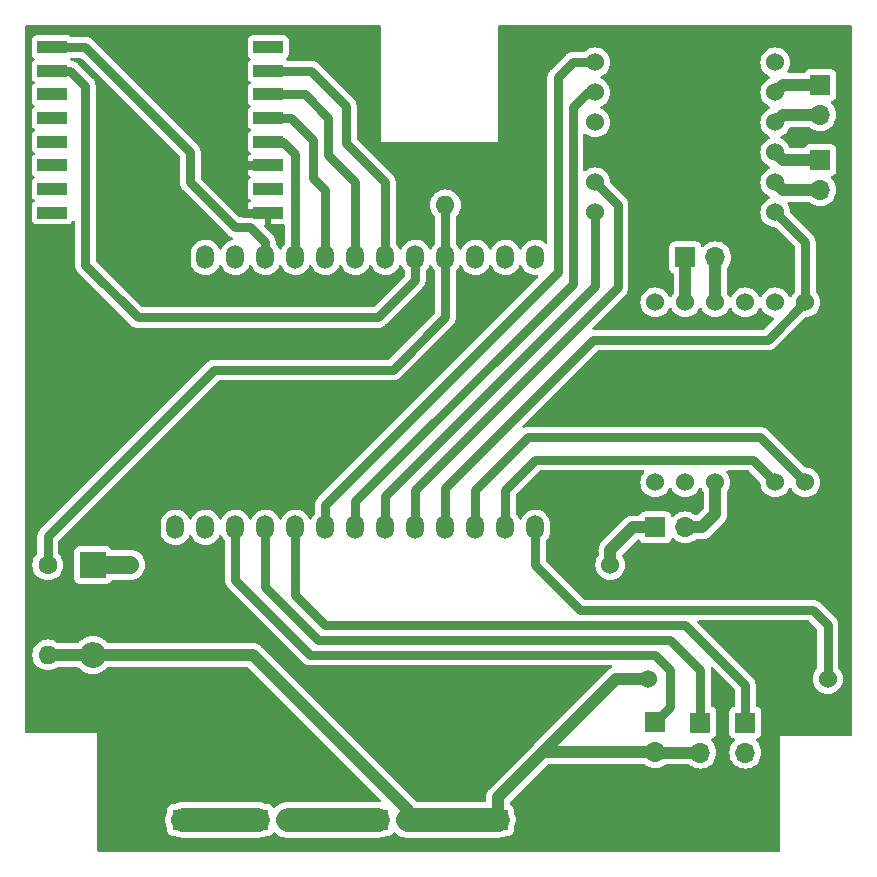
<source format=gbr>
%TF.GenerationSoftware,KiCad,Pcbnew,7.0.8*%
%TF.CreationDate,2024-02-22T16:10:00-05:00*%
%TF.ProjectId,Mainboard,4d61696e-626f-4617-9264-2e6b69636164,rev?*%
%TF.SameCoordinates,PX7a53eb0PY49e1930*%
%TF.FileFunction,Copper,L2,Bot*%
%TF.FilePolarity,Positive*%
%FSLAX46Y46*%
G04 Gerber Fmt 4.6, Leading zero omitted, Abs format (unit mm)*
G04 Created by KiCad (PCBNEW 7.0.8) date 2024-02-22 16:10:00*
%MOMM*%
%LPD*%
G01*
G04 APERTURE LIST*
%TA.AperFunction,ComponentPad*%
%ADD10R,1.700000X1.700000*%
%TD*%
%TA.AperFunction,ComponentPad*%
%ADD11O,1.700000X1.700000*%
%TD*%
%TA.AperFunction,ComponentPad*%
%ADD12R,2.200000X2.200000*%
%TD*%
%TA.AperFunction,ComponentPad*%
%ADD13O,2.200000X2.200000*%
%TD*%
%TA.AperFunction,ComponentPad*%
%ADD14C,1.600000*%
%TD*%
%TA.AperFunction,ComponentPad*%
%ADD15O,1.600000X1.600000*%
%TD*%
%TA.AperFunction,ComponentPad*%
%ADD16C,1.524000*%
%TD*%
%TA.AperFunction,ComponentPad*%
%ADD17R,2.500000X1.000000*%
%TD*%
%TA.AperFunction,ComponentPad*%
%ADD18O,1.500000X2.000000*%
%TD*%
%TA.AperFunction,ViaPad*%
%ADD19C,2.000000*%
%TD*%
%TA.AperFunction,Conductor*%
%ADD20C,1.000000*%
%TD*%
%TA.AperFunction,Conductor*%
%ADD21C,0.750000*%
%TD*%
%TA.AperFunction,Conductor*%
%ADD22C,2.000000*%
%TD*%
%TA.AperFunction,Conductor*%
%ADD23C,1.500000*%
%TD*%
G04 APERTURE END LIST*
D10*
%TO.P,J5,1,Pin_1*%
%TO.N,/SERVO 1*%
X53340000Y-59055000D03*
D11*
%TO.P,J5,2,Pin_2*%
%TO.N,/+BATT SW*%
X53340000Y-61595000D03*
%TO.P,J5,3,Pin_3*%
%TO.N,GND*%
X53340000Y-64135000D03*
%TD*%
D10*
%TO.P,F2,1*%
%TO.N,Net-(U5-OUT)*%
X53335000Y-42545000D03*
D11*
%TO.P,F2,2*%
%TO.N,+10V*%
X55875000Y-42545000D03*
%TD*%
D10*
%TO.P,J6,1,Pin_1*%
%TO.N,/SERVO 2*%
X57150000Y-59070000D03*
D11*
%TO.P,J6,2,Pin_2*%
%TO.N,/+BATT SW*%
X57150000Y-61610000D03*
%TO.P,J6,3,Pin_3*%
%TO.N,GND*%
X57150000Y-64150000D03*
%TD*%
D12*
%TO.P,D1,1,K*%
%TO.N,Net-(D1-K)*%
X5715000Y-45720000D03*
D13*
%TO.P,D1,2,A*%
%TO.N,/+BATT SW*%
X5715000Y-53340000D03*
%TD*%
D10*
%TO.P,SW1,1*%
%TO.N,+BATT*%
X19680000Y-67310000D03*
D11*
%TO.P,SW1,2*%
%TO.N,Net-(F1-Pad1)*%
X22220000Y-67310000D03*
%TD*%
D14*
%TO.P,R2,1*%
%TO.N,GND*%
X43180000Y-15240000D03*
D15*
%TO.P,R2,2*%
%TO.N,/BAT READ*%
X35560000Y-15240000D03*
%TD*%
D10*
%TO.P,J3,1,Pin_1*%
%TO.N,Net-(J3-Pin_1)*%
X55875000Y-19685000D03*
D11*
%TO.P,J3,2,Pin_2*%
%TO.N,Net-(J3-Pin_2)*%
X58415000Y-19685000D03*
%TD*%
D14*
%TO.P,R1,1*%
%TO.N,/BAT READ*%
X1905000Y-45720000D03*
D15*
%TO.P,R1,2*%
%TO.N,/+BATT SW*%
X1905000Y-53340000D03*
%TD*%
D16*
%TO.P,U5,1,GND*%
%TO.N,GND*%
X8890000Y-63500000D03*
%TO.P,U5,2,IN*%
%TO.N,Net-(D1-K)*%
X8890000Y-45720000D03*
%TO.P,U5,3,GND*%
%TO.N,GND*%
X49530000Y-63500000D03*
%TO.P,U5,4,OUT*%
%TO.N,Net-(U5-OUT)*%
X49530000Y-45720000D03*
%TD*%
D17*
%TO.P,U4,1,RESET*%
%TO.N,/RESET*%
X2286000Y-1890000D03*
%TO.P,U4,2,DIO0*%
%TO.N,/INTER*%
X2286000Y-3890000D03*
%TO.P,U4,3,DIO1*%
%TO.N,unconnected-(U4-DIO1-Pad3)*%
X2286000Y-5890000D03*
%TO.P,U4,4,DIO2*%
%TO.N,unconnected-(U4-DIO2-Pad4)*%
X2286000Y-7890000D03*
%TO.P,U4,5,DIO3*%
%TO.N,unconnected-(U4-DIO3-Pad5)*%
X2286000Y-9890000D03*
%TO.P,U4,6,DIO4*%
%TO.N,unconnected-(U4-DIO4-Pad6)*%
X2286000Y-11890000D03*
%TO.P,U4,7,DIO5*%
%TO.N,unconnected-(U4-DIO5-Pad7)*%
X2286000Y-13890000D03*
%TO.P,U4,8,3.3V*%
%TO.N,+3V3*%
X2286000Y-15890000D03*
%TO.P,U4,9,GND*%
%TO.N,GND*%
X20574000Y-15890000D03*
%TO.P,U4,10,ANA*%
%TO.N,unconnected-(U4-ANA-Pad10)*%
X20574000Y-13890000D03*
%TO.P,U4,11,GND*%
%TO.N,GND*%
X20574000Y-11890000D03*
%TO.P,U4,12,SCK*%
%TO.N,/SCK*%
X20574000Y-9890000D03*
%TO.P,U4,13,MISO*%
%TO.N,/MISO*%
X20574000Y-7890000D03*
%TO.P,U4,14,MOSI*%
%TO.N,/MOSI*%
X20574000Y-5890000D03*
%TO.P,U4,15,NSS*%
%TO.N,/NSS*%
X20574000Y-3890000D03*
%TO.P,U4,16,NC*%
%TO.N,unconnected-(U4-NC-Pad16)*%
X20574000Y-1890000D03*
%TD*%
D10*
%TO.P,J2,1,Pin_1*%
%TO.N,Net-(J2-Pin_1)*%
X67310000Y-5080000D03*
D11*
%TO.P,J2,2,Pin_2*%
%TO.N,Net-(J2-Pin_2)*%
X67310000Y-7620000D03*
%TD*%
D10*
%TO.P,J1,1,Pin_1*%
%TO.N,Net-(J1-Pin_1)*%
X67310000Y-11425000D03*
D11*
%TO.P,J1,2,Pin_2*%
%TO.N,Net-(J1-Pin_2)*%
X67310000Y-13965000D03*
%TD*%
D16*
%TO.P,U2,1,SLEEP*%
%TO.N,/SLEEP*%
X66040000Y-23495000D03*
%TO.P,U2,2,OUT1*%
%TO.N,unconnected-(U2-OUT1-Pad2)*%
X63500000Y-23495000D03*
%TO.P,U2,3,OUT2*%
%TO.N,unconnected-(U2-OUT2-Pad3)*%
X60960000Y-23495000D03*
%TO.P,U2,4,OUT3*%
%TO.N,Net-(J3-Pin_2)*%
X58420000Y-23495000D03*
%TO.P,U2,5,OUT4*%
%TO.N,Net-(J3-Pin_1)*%
X55880000Y-23495000D03*
%TO.P,U2,6,FAULT*%
%TO.N,unconnected-(U2-FAULT-Pad6)*%
X53340000Y-23495000D03*
%TO.P,U2,7,IN1*%
%TO.N,unconnected-(U2-IN1-Pad7)*%
X53340000Y-38735000D03*
%TO.P,U2,8,IN2*%
%TO.N,unconnected-(U2-IN2-Pad8)*%
X55880000Y-38735000D03*
%TO.P,U2,9,VMOT*%
%TO.N,+10V*%
X58420000Y-38735000D03*
%TO.P,U2,10,GND*%
%TO.N,GND*%
X60960000Y-38735000D03*
%TO.P,U2,11,IN3*%
%TO.N,/M C1*%
X63500000Y-38735000D03*
%TO.P,U2,12,IN4*%
%TO.N,/M C2*%
X66040000Y-38735000D03*
%TD*%
D10*
%TO.P,J7,1,Pin_1*%
%TO.N,/ESC*%
X60960000Y-59070000D03*
D11*
%TO.P,J7,2,Pin_2*%
%TO.N,unconnected-(J7-Pin_2-Pad2)*%
X60960000Y-61610000D03*
%TO.P,J7,3,Pin_3*%
%TO.N,GND*%
X60960000Y-64150000D03*
%TD*%
D16*
%TO.P,U3,1,SLEEP*%
%TO.N,/SLEEP*%
X63500000Y-15875000D03*
%TO.P,U3,2,OUT1*%
%TO.N,Net-(J1-Pin_2)*%
X63500000Y-13335000D03*
%TO.P,U3,3,OUT2*%
%TO.N,Net-(J1-Pin_1)*%
X63500000Y-10795000D03*
%TO.P,U3,4,OUT3*%
%TO.N,Net-(J2-Pin_2)*%
X63500000Y-8255000D03*
%TO.P,U3,5,OUT4*%
%TO.N,Net-(J2-Pin_1)*%
X63500000Y-5715000D03*
%TO.P,U3,6,FAULT*%
%TO.N,unconnected-(U3-FAULT-Pad6)*%
X63500000Y-3175000D03*
%TO.P,U3,7,IN1*%
%TO.N,/M A1*%
X48260000Y-3175000D03*
%TO.P,U3,8,IN2*%
%TO.N,/M A2*%
X48260000Y-5715000D03*
%TO.P,U3,9,VMOT*%
%TO.N,+10V*%
X48260000Y-8255000D03*
%TO.P,U3,10,GND*%
%TO.N,GND*%
X48260000Y-10795000D03*
%TO.P,U3,11,IN3*%
%TO.N,/M B1*%
X48260000Y-13335000D03*
%TO.P,U3,12,IN4*%
%TO.N,/M B2*%
X48260000Y-15875000D03*
%TD*%
D10*
%TO.P,J8,1,Pin_1*%
%TO.N,/+BATT SW*%
X40005000Y-67310000D03*
D11*
%TO.P,J8,2,Pin_2*%
%TO.N,GND*%
X42545000Y-67310000D03*
%TD*%
D10*
%TO.P,F1,1*%
%TO.N,Net-(F1-Pad1)*%
X29845000Y-67310000D03*
D11*
%TO.P,F1,2*%
%TO.N,/+BATT SW*%
X32385000Y-67310000D03*
%TD*%
D18*
%TO.P,U1,5,VP*%
%TO.N,unconnected-(U1-VP-Pad5)*%
X43180000Y-19685000D03*
%TO.P,U1,8,VN*%
%TO.N,unconnected-(U1-VN-Pad8)*%
X40640000Y-19685000D03*
%TO.P,U1,9,EN*%
%TO.N,unconnected-(U1-EN-Pad9)*%
X38100000Y-19685000D03*
%TO.P,U1,10,D34*%
%TO.N,/BAT READ*%
X35560000Y-19685000D03*
%TO.P,U1,11,D35*%
%TO.N,/INTER*%
X33020000Y-19685000D03*
%TO.P,U1,12,D32*%
%TO.N,/NSS*%
X30480000Y-19685000D03*
%TO.P,U1,13,D33*%
%TO.N,/MOSI*%
X27940000Y-19685000D03*
%TO.P,U1,14,D25*%
%TO.N,/MISO*%
X25400000Y-19685000D03*
%TO.P,U1,15,D26*%
%TO.N,/SCK*%
X22860000Y-19685000D03*
%TO.P,U1,16,D27*%
%TO.N,/RESET*%
X20320000Y-19685000D03*
%TO.P,U1,17,D14*%
%TO.N,/TMS*%
X17780000Y-19685000D03*
%TO.P,U1,18,D12*%
%TO.N,/TDI*%
X15240000Y-19685000D03*
%TO.P,U1,19,GND*%
%TO.N,GND*%
X12700000Y-19685000D03*
%TO.P,U1,20,D13*%
%TO.N,/TCK*%
X12700000Y-42545000D03*
%TO.P,U1,21,D15*%
%TO.N,/TDO*%
X15240000Y-42545000D03*
%TO.P,U1,22,D2*%
%TO.N,/SERVO 1*%
X17780000Y-42545000D03*
%TO.P,U1,23,D0*%
%TO.N,/SERVO 2*%
X20320000Y-42545000D03*
%TO.P,U1,24,D4*%
%TO.N,/ESC*%
X22860000Y-42545000D03*
%TO.P,U1,25,RX2/D16*%
%TO.N,/M A1*%
X25400000Y-42545000D03*
%TO.P,U1,27,TX2/D17*%
%TO.N,/M A2*%
X27940000Y-42545000D03*
%TO.P,U1,34,D5*%
%TO.N,/M B2*%
X30480000Y-42545000D03*
%TO.P,U1,35,D18*%
%TO.N,/M B1*%
X33020000Y-42545000D03*
%TO.P,U1,36,D23*%
%TO.N,/SLEEP*%
X35560000Y-42545000D03*
%TO.P,U1,38,D19*%
%TO.N,/M C2*%
X38100000Y-42545000D03*
%TO.P,U1,39,D22*%
%TO.N,/M C1*%
X40640000Y-42545000D03*
%TO.P,U1,40,3V3*%
%TO.N,+3V3*%
X43180000Y-42545000D03*
%TD*%
D10*
%TO.P,J4,1,Pin_1*%
%TO.N,+BATT*%
X13340000Y-67310000D03*
D11*
%TO.P,J4,2,Pin_2*%
%TO.N,GND*%
X10800000Y-67310000D03*
%TD*%
D16*
%TO.P,U6,1,GND*%
%TO.N,GND*%
X52705000Y-46228000D03*
%TO.P,U6,2,IN*%
%TO.N,/+BATT SW*%
X52705000Y-55372000D03*
%TO.P,U6,3,GND*%
%TO.N,GND*%
X67945000Y-46228000D03*
%TO.P,U6,4,OUT*%
%TO.N,+3V3*%
X67945000Y-55372000D03*
%TD*%
D19*
%TO.N,GND*%
X33020000Y-16764000D03*
%TD*%
D20*
%TO.N,Net-(J3-Pin_1)*%
X55880000Y-19690000D02*
X55880000Y-23495000D01*
D21*
X55875000Y-19685000D02*
X55880000Y-19690000D01*
D20*
%TO.N,Net-(J3-Pin_2)*%
X58420000Y-23495000D02*
X58420000Y-19690000D01*
D21*
X58420000Y-19690000D02*
X58415000Y-19685000D01*
%TO.N,/SERVO 1*%
X17780000Y-46990000D02*
X17780000Y-42545000D01*
X54610000Y-57785000D02*
X54610000Y-54610000D01*
X53340000Y-59055000D02*
X54610000Y-57785000D01*
X53340000Y-53340000D02*
X24130000Y-53340000D01*
X24130000Y-53340000D02*
X17780000Y-46990000D01*
X54610000Y-54610000D02*
X53340000Y-53340000D01*
D20*
%TO.N,/+BATT SW*%
X57150000Y-61610000D02*
X53355000Y-61610000D01*
X1905000Y-53340000D02*
X5715000Y-53340000D01*
X19260344Y-53340000D02*
X32385000Y-66464656D01*
X50038000Y-55372000D02*
X43815000Y-61595000D01*
X5715000Y-53340000D02*
X19260344Y-53340000D01*
X32385000Y-66464656D02*
X32385000Y-67310000D01*
X53340000Y-61595000D02*
X43815000Y-61595000D01*
X53355000Y-61610000D02*
X53340000Y-61595000D01*
D22*
X32385000Y-67310000D02*
X40005000Y-67310000D01*
D20*
X43815000Y-61595000D02*
X40005000Y-65405000D01*
X57135000Y-61595000D02*
X57150000Y-61610000D01*
X40005000Y-65405000D02*
X40005000Y-67310000D01*
X52705000Y-55372000D02*
X50038000Y-55372000D01*
%TO.N,GND*%
X8890000Y-63500000D02*
X8890000Y-65400000D01*
D21*
X20530000Y-15890000D02*
X18430000Y-15890000D01*
D20*
X57150000Y-64150000D02*
X53355000Y-64150000D01*
X53340000Y-64135000D02*
X48895000Y-64135000D01*
X60960000Y-64150000D02*
X57150000Y-64150000D01*
X48895000Y-64135000D02*
X49530000Y-63500000D01*
X53355000Y-64150000D02*
X53340000Y-64135000D01*
X42545000Y-67310000D02*
X45720000Y-67310000D01*
D21*
X17145000Y-13335000D02*
X18590000Y-11890000D01*
X18430000Y-15890000D02*
X17145000Y-14605000D01*
X18590000Y-11890000D02*
X20530000Y-11890000D01*
X17145000Y-14605000D02*
X17145000Y-13335000D01*
X67945000Y-46228000D02*
X60960000Y-46228000D01*
D20*
X45720000Y-67310000D02*
X49530000Y-63500000D01*
X8890000Y-65400000D02*
X10800000Y-67310000D01*
D21*
X60960000Y-46228000D02*
X52705000Y-46228000D01*
%TO.N,/SERVO 2*%
X57150000Y-59070000D02*
X57150000Y-54610000D01*
X54610000Y-52070000D02*
X24765000Y-52070000D01*
X24765000Y-52070000D02*
X20320000Y-47625000D01*
X20320000Y-47625000D02*
X20320000Y-42545000D01*
X57150000Y-54610000D02*
X54610000Y-52070000D01*
%TO.N,/ESC*%
X22860000Y-48260000D02*
X22860000Y-42545000D01*
X25400000Y-50800000D02*
X22860000Y-48260000D01*
X60960000Y-55880000D02*
X55880000Y-50800000D01*
X55880000Y-50800000D02*
X25400000Y-50800000D01*
X60960000Y-59070000D02*
X60960000Y-55880000D01*
D22*
%TO.N,+BATT*%
X13340000Y-67310000D02*
X19680000Y-67310000D01*
D21*
%TO.N,+3V3*%
X67945000Y-55372000D02*
X67945000Y-50800000D01*
X66675000Y-49530000D02*
X46990000Y-49530000D01*
X67945000Y-50800000D02*
X66675000Y-49530000D01*
X46990000Y-49530000D02*
X43180000Y-45720000D01*
X43180000Y-45720000D02*
X43180000Y-42545000D01*
%TO.N,/M B1*%
X50165000Y-22225000D02*
X50165000Y-15240000D01*
X33020000Y-42545000D02*
X33020000Y-39370000D01*
X33020000Y-39370000D02*
X50165000Y-22225000D01*
X50165000Y-15240000D02*
X48260000Y-13335000D01*
%TO.N,/M B2*%
X30480000Y-39846250D02*
X48260000Y-22066250D01*
X48260000Y-22066250D02*
X48260000Y-15875000D01*
X30480000Y-42545000D02*
X30480000Y-39846250D01*
%TO.N,/M C1*%
X63500000Y-38735000D02*
X61595000Y-36830000D01*
X61595000Y-36830000D02*
X43180000Y-36830000D01*
X40640000Y-39370000D02*
X40640000Y-42545000D01*
X43180000Y-36830000D02*
X40640000Y-39370000D01*
%TO.N,/M C2*%
X62230000Y-34925000D02*
X66040000Y-38735000D01*
X38100000Y-39370000D02*
X42545000Y-34925000D01*
X38100000Y-42545000D02*
X38100000Y-39370000D01*
X42545000Y-34925000D02*
X62230000Y-34925000D01*
%TO.N,/NSS*%
X27178000Y-6858000D02*
X27178000Y-10033000D01*
X20530000Y-3890000D02*
X24210000Y-3890000D01*
X27178000Y-10033000D02*
X30480000Y-13335000D01*
X24210000Y-3890000D02*
X27178000Y-6858000D01*
X30480000Y-13335000D02*
X30480000Y-19685000D01*
%TO.N,/SCK*%
X21780000Y-9890000D02*
X20530000Y-9890000D01*
X22860000Y-10970000D02*
X21780000Y-9890000D01*
X22860000Y-19685000D02*
X22860000Y-10970000D01*
%TO.N,/MISO*%
X24384000Y-9779000D02*
X24384000Y-12954000D01*
X22495000Y-7890000D02*
X24384000Y-9779000D01*
X20530000Y-7890000D02*
X22495000Y-7890000D01*
X24384000Y-12954000D02*
X25400000Y-13970000D01*
X25400000Y-13970000D02*
X25400000Y-19685000D01*
%TO.N,/MOSI*%
X25654000Y-11049000D02*
X27940000Y-13335000D01*
X27940000Y-13335000D02*
X27940000Y-19685000D01*
X25654000Y-7874000D02*
X25654000Y-11049000D01*
X20530000Y-5890000D02*
X23670000Y-5890000D01*
X23670000Y-5890000D02*
X25654000Y-7874000D01*
%TO.N,/INTER*%
X3816498Y-3890000D02*
X2330000Y-3890000D01*
X33020000Y-19685000D02*
X33020000Y-21590000D01*
X5080000Y-20320000D02*
X5080000Y-5153502D01*
X33020000Y-21590000D02*
X29845000Y-24765000D01*
X29845000Y-24765000D02*
X9525000Y-24765000D01*
X5080000Y-5153502D02*
X3816498Y-3890000D01*
X9525000Y-24765000D02*
X5080000Y-20320000D01*
%TO.N,/RESET*%
X13970000Y-10795000D02*
X13970000Y-13335000D01*
X5065000Y-1890000D02*
X13970000Y-10795000D01*
X2330000Y-1890000D02*
X5065000Y-1890000D01*
X13970000Y-13335000D02*
X17780000Y-17145000D01*
X20320000Y-18415000D02*
X20320000Y-19685000D01*
X17780000Y-17145000D02*
X19050000Y-17145000D01*
X19050000Y-17145000D02*
X20320000Y-18415000D01*
%TO.N,/M A1*%
X45085000Y-4445000D02*
X46355000Y-3175000D01*
X25400000Y-40640000D02*
X45085000Y-20955000D01*
X45085000Y-20955000D02*
X45085000Y-4445000D01*
X46355000Y-3175000D02*
X48260000Y-3175000D01*
X25400000Y-42545000D02*
X25400000Y-40640000D01*
%TO.N,/M A2*%
X27940000Y-42545000D02*
X27940000Y-40322500D01*
X46355000Y-6985000D02*
X47625000Y-5715000D01*
X47625000Y-5715000D02*
X48260000Y-5715000D01*
X27940000Y-40322500D02*
X46355000Y-21907500D01*
X46355000Y-21907500D02*
X46355000Y-6985000D01*
D20*
%TO.N,+10V*%
X55875000Y-42545000D02*
X57277000Y-42545000D01*
X58420000Y-41402000D02*
X58420000Y-38735000D01*
X57277000Y-42545000D02*
X58420000Y-41402000D01*
D23*
%TO.N,Net-(D1-K)*%
X5715000Y-45720000D02*
X8890000Y-45720000D01*
D22*
%TO.N,Net-(F1-Pad1)*%
X29845000Y-67310000D02*
X22220000Y-67310000D01*
D20*
%TO.N,Net-(U5-OUT)*%
X51435000Y-42545000D02*
X53335000Y-42545000D01*
X49530000Y-44450000D02*
X51435000Y-42545000D01*
X49530000Y-45720000D02*
X49530000Y-44450000D01*
D21*
%TO.N,/SLEEP*%
X62865000Y-26670000D02*
X48101250Y-26670000D01*
X66040000Y-23495000D02*
X62865000Y-26670000D01*
X66040000Y-18415000D02*
X66040000Y-23495000D01*
X48101250Y-26670000D02*
X35560000Y-39211250D01*
X35560000Y-39211250D02*
X35560000Y-42545000D01*
X63500000Y-15875000D02*
X66040000Y-18415000D01*
D20*
%TO.N,Net-(J1-Pin_1)*%
X64130000Y-11425000D02*
X63500000Y-10795000D01*
X67310000Y-11425000D02*
X64130000Y-11425000D01*
%TO.N,Net-(J1-Pin_2)*%
X64130000Y-13965000D02*
X63500000Y-13335000D01*
X67310000Y-13965000D02*
X64130000Y-13965000D01*
%TO.N,Net-(J2-Pin_1)*%
X64135000Y-5080000D02*
X63500000Y-5715000D01*
X67310000Y-5080000D02*
X64135000Y-5080000D01*
%TO.N,Net-(J2-Pin_2)*%
X64135000Y-7620000D02*
X63500000Y-8255000D01*
X67310000Y-7620000D02*
X64135000Y-7620000D01*
D21*
%TO.N,/BAT READ*%
X31115000Y-29210000D02*
X35560000Y-24765000D01*
X35560000Y-24765000D02*
X35560000Y-19685000D01*
X35560000Y-19685000D02*
X35560000Y-15240000D01*
X1905000Y-45720000D02*
X1905000Y-43307000D01*
X1905000Y-43307000D02*
X16002000Y-29210000D01*
X16002000Y-29210000D02*
X31115000Y-29210000D01*
%TD*%
%TA.AperFunction,Conductor*%
%TO.N,GND*%
G36*
X4718033Y-2785185D02*
G01*
X4738675Y-2801819D01*
X13058181Y-11121325D01*
X13091666Y-11182648D01*
X13094500Y-11209006D01*
X13094500Y-13296897D01*
X13094295Y-13301931D01*
X13089660Y-13358843D01*
X13100914Y-13441441D01*
X13109927Y-13524316D01*
X13109929Y-13524327D01*
X13109990Y-13524506D01*
X13115340Y-13547331D01*
X13115366Y-13547525D01*
X13115368Y-13547535D01*
X13115369Y-13547537D01*
X13129744Y-13586665D01*
X13144119Y-13625794D01*
X13170730Y-13704774D01*
X13170734Y-13704782D01*
X13170832Y-13704945D01*
X13180969Y-13726099D01*
X13181036Y-13726283D01*
X13181038Y-13726286D01*
X13181039Y-13726288D01*
X13225940Y-13796536D01*
X13268911Y-13867954D01*
X13269042Y-13868092D01*
X13283495Y-13886579D01*
X13283602Y-13886747D01*
X13342552Y-13945696D01*
X13396897Y-14003068D01*
X13399871Y-14006207D01*
X13400028Y-14006314D01*
X13418121Y-14021265D01*
X17133992Y-17737136D01*
X17137396Y-17740829D01*
X17174362Y-17784350D01*
X17174363Y-17784351D01*
X17174365Y-17784352D01*
X17174369Y-17784357D01*
X17240737Y-17834808D01*
X17305699Y-17887027D01*
X17305701Y-17887029D01*
X17305872Y-17887114D01*
X17325814Y-17899483D01*
X17325971Y-17899602D01*
X17401640Y-17934610D01*
X17476307Y-17971641D01*
X17476481Y-17971684D01*
X17498626Y-17979480D01*
X17498803Y-17979562D01*
X17498806Y-17979562D01*
X17504910Y-17982387D01*
X17503811Y-17984760D01*
X17551380Y-18018028D01*
X17577898Y-18082670D01*
X17565258Y-18151387D01*
X17517474Y-18202361D01*
X17492883Y-18213436D01*
X17286533Y-18280484D01*
X17088321Y-18387146D01*
X17088318Y-18387148D01*
X16912336Y-18527489D01*
X16841186Y-18608927D01*
X16764235Y-18697004D01*
X16729550Y-18755058D01*
X16648787Y-18890232D01*
X16648782Y-18890241D01*
X16626691Y-18949102D01*
X16584705Y-19004950D01*
X16519191Y-19029232D01*
X16450949Y-19014240D01*
X16401645Y-18964733D01*
X16398899Y-18959373D01*
X16317829Y-18791027D01*
X16217310Y-18652674D01*
X16185526Y-18608927D01*
X16185525Y-18608925D01*
X16022823Y-18453366D01*
X15834966Y-18329363D01*
X15627995Y-18240899D01*
X15627982Y-18240895D01*
X15408542Y-18190810D01*
X15408538Y-18190809D01*
X15408537Y-18190809D01*
X15408536Y-18190808D01*
X15408531Y-18190808D01*
X15183674Y-18180710D01*
X15183673Y-18180710D01*
X15183670Y-18180710D01*
X14960613Y-18210925D01*
X14960610Y-18210925D01*
X14960609Y-18210926D01*
X14746534Y-18280483D01*
X14548321Y-18387146D01*
X14548318Y-18387148D01*
X14372336Y-18527489D01*
X14301186Y-18608927D01*
X14224235Y-18697004D01*
X14189550Y-18755058D01*
X14108787Y-18890232D01*
X14108786Y-18890234D01*
X14029692Y-19100976D01*
X13989500Y-19322450D01*
X13989500Y-19991151D01*
X14004622Y-20159186D01*
X14004623Y-20159192D01*
X14064503Y-20376160D01*
X14064508Y-20376173D01*
X14162167Y-20578966D01*
X14162171Y-20578974D01*
X14294473Y-20761072D01*
X14294474Y-20761074D01*
X14294477Y-20761077D01*
X14294478Y-20761078D01*
X14419933Y-20881025D01*
X14457176Y-20916633D01*
X14645033Y-21040636D01*
X14852004Y-21129100D01*
X14852007Y-21129101D01*
X14852012Y-21129103D01*
X15071463Y-21179191D01*
X15296330Y-21189290D01*
X15519387Y-21159075D01*
X15733464Y-21089517D01*
X15931681Y-20982852D01*
X16107666Y-20842508D01*
X16255765Y-20672996D01*
X16371215Y-20479764D01*
X16393307Y-20420897D01*
X16435292Y-20365051D01*
X16500806Y-20340767D01*
X16569048Y-20355758D01*
X16618353Y-20405264D01*
X16621120Y-20410668D01*
X16702167Y-20578966D01*
X16702171Y-20578974D01*
X16834473Y-20761072D01*
X16834474Y-20761074D01*
X16834477Y-20761077D01*
X16834478Y-20761078D01*
X16959933Y-20881025D01*
X16997176Y-20916633D01*
X17185033Y-21040636D01*
X17392004Y-21129100D01*
X17392007Y-21129101D01*
X17392012Y-21129103D01*
X17611463Y-21179191D01*
X17836330Y-21189290D01*
X18059387Y-21159075D01*
X18273464Y-21089517D01*
X18471681Y-20982852D01*
X18647666Y-20842508D01*
X18795765Y-20672996D01*
X18911215Y-20479764D01*
X18933307Y-20420897D01*
X18975292Y-20365051D01*
X19040806Y-20340767D01*
X19109048Y-20355758D01*
X19158353Y-20405264D01*
X19161120Y-20410668D01*
X19242167Y-20578966D01*
X19242171Y-20578974D01*
X19374473Y-20761072D01*
X19374474Y-20761074D01*
X19374477Y-20761077D01*
X19374478Y-20761078D01*
X19499933Y-20881025D01*
X19537176Y-20916633D01*
X19725033Y-21040636D01*
X19932004Y-21129100D01*
X19932007Y-21129101D01*
X19932012Y-21129103D01*
X20151463Y-21179191D01*
X20376330Y-21189290D01*
X20599387Y-21159075D01*
X20813464Y-21089517D01*
X21011681Y-20982852D01*
X21187666Y-20842508D01*
X21335765Y-20672996D01*
X21451215Y-20479764D01*
X21473307Y-20420897D01*
X21515292Y-20365051D01*
X21580806Y-20340767D01*
X21649048Y-20355758D01*
X21698353Y-20405264D01*
X21701120Y-20410668D01*
X21782167Y-20578966D01*
X21782171Y-20578974D01*
X21914473Y-20761072D01*
X21914474Y-20761074D01*
X21914477Y-20761077D01*
X21914478Y-20761078D01*
X22039933Y-20881025D01*
X22077176Y-20916633D01*
X22265033Y-21040636D01*
X22472004Y-21129100D01*
X22472007Y-21129101D01*
X22472012Y-21129103D01*
X22691463Y-21179191D01*
X22916330Y-21189290D01*
X23139387Y-21159075D01*
X23353464Y-21089517D01*
X23551681Y-20982852D01*
X23727666Y-20842508D01*
X23875765Y-20672996D01*
X23991215Y-20479764D01*
X24013307Y-20420897D01*
X24055292Y-20365051D01*
X24120806Y-20340767D01*
X24189048Y-20355758D01*
X24238353Y-20405264D01*
X24241120Y-20410668D01*
X24322167Y-20578966D01*
X24322171Y-20578974D01*
X24454473Y-20761072D01*
X24454474Y-20761074D01*
X24454477Y-20761077D01*
X24454478Y-20761078D01*
X24579933Y-20881025D01*
X24617176Y-20916633D01*
X24805033Y-21040636D01*
X25012004Y-21129100D01*
X25012007Y-21129101D01*
X25012012Y-21129103D01*
X25231463Y-21179191D01*
X25456330Y-21189290D01*
X25679387Y-21159075D01*
X25893464Y-21089517D01*
X26091681Y-20982852D01*
X26267666Y-20842508D01*
X26415765Y-20672996D01*
X26531215Y-20479764D01*
X26553307Y-20420897D01*
X26595292Y-20365051D01*
X26660806Y-20340767D01*
X26729048Y-20355758D01*
X26778353Y-20405264D01*
X26781120Y-20410668D01*
X26862167Y-20578966D01*
X26862171Y-20578974D01*
X26994473Y-20761072D01*
X26994474Y-20761074D01*
X26994477Y-20761077D01*
X26994478Y-20761078D01*
X27119933Y-20881025D01*
X27157176Y-20916633D01*
X27345033Y-21040636D01*
X27552004Y-21129100D01*
X27552007Y-21129101D01*
X27552012Y-21129103D01*
X27771463Y-21179191D01*
X27996330Y-21189290D01*
X28219387Y-21159075D01*
X28433464Y-21089517D01*
X28631681Y-20982852D01*
X28807666Y-20842508D01*
X28955765Y-20672996D01*
X29071215Y-20479764D01*
X29093307Y-20420897D01*
X29135292Y-20365051D01*
X29200806Y-20340767D01*
X29269048Y-20355758D01*
X29318353Y-20405264D01*
X29321120Y-20410668D01*
X29402167Y-20578966D01*
X29402171Y-20578974D01*
X29534473Y-20761072D01*
X29534474Y-20761074D01*
X29534477Y-20761077D01*
X29534478Y-20761078D01*
X29659933Y-20881025D01*
X29697176Y-20916633D01*
X29885033Y-21040636D01*
X30092004Y-21129100D01*
X30092007Y-21129101D01*
X30092012Y-21129103D01*
X30311463Y-21179191D01*
X30536330Y-21189290D01*
X30759387Y-21159075D01*
X30973464Y-21089517D01*
X31171681Y-20982852D01*
X31347666Y-20842508D01*
X31495765Y-20672996D01*
X31611215Y-20479764D01*
X31633307Y-20420897D01*
X31675292Y-20365051D01*
X31740806Y-20340767D01*
X31809048Y-20355758D01*
X31858353Y-20405264D01*
X31861120Y-20410668D01*
X31942167Y-20578966D01*
X31942171Y-20578974D01*
X32074475Y-20761076D01*
X32106190Y-20791397D01*
X32141044Y-20851953D01*
X32144500Y-20881025D01*
X32144500Y-21175994D01*
X32124815Y-21243033D01*
X32108181Y-21263675D01*
X29518675Y-23853181D01*
X29457352Y-23886666D01*
X29430994Y-23889500D01*
X9939006Y-23889500D01*
X9871967Y-23869815D01*
X9851325Y-23853181D01*
X5991819Y-19993675D01*
X5958334Y-19932352D01*
X5955500Y-19905994D01*
X5955500Y-5191612D01*
X5955705Y-5186577D01*
X5957615Y-5163117D01*
X5960340Y-5129654D01*
X5949083Y-5047039D01*
X5940073Y-4964186D01*
X5940014Y-4964011D01*
X5934656Y-4941151D01*
X5934631Y-4940965D01*
X5905880Y-4862708D01*
X5879267Y-4783722D01*
X5879266Y-4783720D01*
X5879172Y-4783563D01*
X5869025Y-4762389D01*
X5868961Y-4762214D01*
X5824059Y-4691965D01*
X5781089Y-4620548D01*
X5780955Y-4620406D01*
X5766504Y-4601921D01*
X5766400Y-4601758D01*
X5707447Y-4542805D01*
X5650129Y-4482295D01*
X5649970Y-4482187D01*
X5631877Y-4467235D01*
X5049018Y-3884376D01*
X4462497Y-3297855D01*
X4459106Y-3294176D01*
X4422129Y-3250643D01*
X4355760Y-3200191D01*
X4290795Y-3147970D01*
X4290792Y-3147968D01*
X4290618Y-3147882D01*
X4270680Y-3135514D01*
X4270527Y-3135397D01*
X4270525Y-3135396D01*
X4194857Y-3100389D01*
X4120191Y-3063359D01*
X4120187Y-3063358D01*
X4120178Y-3063355D01*
X4119986Y-3063307D01*
X4097883Y-3055525D01*
X4097696Y-3055438D01*
X4097692Y-3055437D01*
X4016269Y-3037514D01*
X3935383Y-3017399D01*
X3935187Y-3017394D01*
X3911911Y-3014543D01*
X3911720Y-3014501D01*
X3911717Y-3014500D01*
X3911714Y-3014500D01*
X3911710Y-3014500D01*
X3910835Y-3014500D01*
X3910320Y-3014348D01*
X3905033Y-3013774D01*
X3905136Y-3012826D01*
X3843796Y-2994815D01*
X3836601Y-2989825D01*
X3836505Y-2989753D01*
X3835930Y-2989322D01*
X3794018Y-2933423D01*
X3788979Y-2863736D01*
X3822417Y-2802387D01*
X3835922Y-2790682D01*
X3836601Y-2790174D01*
X3902085Y-2765809D01*
X3910835Y-2765500D01*
X4650994Y-2765500D01*
X4718033Y-2785185D01*
G37*
%TD.AperFunction*%
%TA.AperFunction,Conductor*%
G36*
X20767039Y-15659685D02*
G01*
X20812794Y-15712489D01*
X20824000Y-15764000D01*
X20824000Y-16890000D01*
X21860500Y-16890000D01*
X21927539Y-16909685D01*
X21973294Y-16962489D01*
X21984500Y-17014000D01*
X21984500Y-18489920D01*
X21964815Y-18556959D01*
X21953885Y-18571499D01*
X21888355Y-18646505D01*
X21844233Y-18697006D01*
X21728787Y-18890232D01*
X21728782Y-18890241D01*
X21706691Y-18949102D01*
X21664705Y-19004950D01*
X21599191Y-19029232D01*
X21530949Y-19014240D01*
X21481645Y-18964733D01*
X21478899Y-18959373D01*
X21397829Y-18791027D01*
X21297310Y-18652674D01*
X21265526Y-18608927D01*
X21265525Y-18608925D01*
X21265522Y-18608922D01*
X21233807Y-18578599D01*
X21198956Y-18518044D01*
X21195500Y-18488974D01*
X21195500Y-18453098D01*
X21195705Y-18448063D01*
X21197205Y-18429630D01*
X21200339Y-18391152D01*
X21189085Y-18308558D01*
X21180073Y-18225684D01*
X21180014Y-18225509D01*
X21174656Y-18202649D01*
X21174631Y-18202463D01*
X21145880Y-18124206D01*
X21119267Y-18045220D01*
X21119265Y-18045217D01*
X21119172Y-18045061D01*
X21109025Y-18023887D01*
X21109022Y-18023879D01*
X21108961Y-18023712D01*
X21064059Y-17953463D01*
X21031581Y-17899484D01*
X21021090Y-17882047D01*
X21020957Y-17881907D01*
X21006504Y-17863419D01*
X21006400Y-17863256D01*
X20947447Y-17804303D01*
X20890129Y-17743793D01*
X20889970Y-17743685D01*
X20871877Y-17728733D01*
X20244825Y-17101681D01*
X20211340Y-17040358D01*
X20216324Y-16970666D01*
X20258196Y-16914733D01*
X20323660Y-16890316D01*
X20323684Y-16890315D01*
X20324000Y-16890000D01*
X20324000Y-16140000D01*
X20232111Y-16140000D01*
X20271610Y-16115543D01*
X20339201Y-16026038D01*
X20369895Y-15918160D01*
X20359546Y-15806479D01*
X20309552Y-15706078D01*
X20237069Y-15640000D01*
X20700000Y-15640000D01*
X20767039Y-15659685D01*
G37*
%TD.AperFunction*%
%TA.AperFunction,Conductor*%
G36*
X20767039Y-11659685D02*
G01*
X20812794Y-11712489D01*
X20824000Y-11764000D01*
X20824000Y-12016000D01*
X20804315Y-12083039D01*
X20751511Y-12128794D01*
X20700000Y-12140000D01*
X20232111Y-12140000D01*
X20271610Y-12115543D01*
X20339201Y-12026038D01*
X20369895Y-11918160D01*
X20359546Y-11806479D01*
X20309552Y-11706078D01*
X20237069Y-11640000D01*
X20700000Y-11640000D01*
X20767039Y-11659685D01*
G37*
%TD.AperFunction*%
%TA.AperFunction,Conductor*%
G36*
X30042039Y-20185D02*
G01*
X30087794Y-72989D01*
X30099000Y-124500D01*
X30099000Y-9906000D01*
X40005000Y-9906000D01*
X40005000Y-124500D01*
X40024685Y-57461D01*
X40077489Y-11706D01*
X40129000Y-500D01*
X69875500Y-500D01*
X69942539Y-20185D01*
X69988294Y-72989D01*
X69999500Y-124500D01*
X69999500Y-60074000D01*
X69979815Y-60141039D01*
X69927011Y-60186794D01*
X69875500Y-60198000D01*
X63881000Y-60198000D01*
X63881000Y-69875500D01*
X63861315Y-69942539D01*
X63808511Y-69988294D01*
X63757000Y-69999500D01*
X6218597Y-69999500D01*
X6151558Y-69979815D01*
X6105803Y-69927011D01*
X6094597Y-69875482D01*
X6095105Y-66274239D01*
X6096000Y-59944000D01*
X6095999Y-59944000D01*
X124500Y-59944000D01*
X57461Y-59924315D01*
X11706Y-59871511D01*
X500Y-59820000D01*
X500Y-16437870D01*
X535500Y-16437870D01*
X535501Y-16437876D01*
X541908Y-16497483D01*
X592202Y-16632328D01*
X592206Y-16632335D01*
X678452Y-16747544D01*
X678455Y-16747547D01*
X793664Y-16833793D01*
X793671Y-16833797D01*
X928517Y-16884091D01*
X928516Y-16884091D01*
X935444Y-16884835D01*
X988127Y-16890500D01*
X3583872Y-16890499D01*
X3643483Y-16884091D01*
X3778331Y-16833796D01*
X3893546Y-16747546D01*
X3979796Y-16632331D01*
X3979796Y-16632330D01*
X3981233Y-16630411D01*
X4037167Y-16588540D01*
X4106859Y-16583556D01*
X4168182Y-16617041D01*
X4201666Y-16678365D01*
X4204500Y-16704722D01*
X4204500Y-20281897D01*
X4204295Y-20286931D01*
X4199660Y-20343843D01*
X4210914Y-20426441D01*
X4219927Y-20509316D01*
X4219929Y-20509327D01*
X4219990Y-20509506D01*
X4225340Y-20532331D01*
X4225366Y-20532525D01*
X4225369Y-20532536D01*
X4254119Y-20610794D01*
X4280730Y-20689774D01*
X4280734Y-20689782D01*
X4280832Y-20689945D01*
X4290969Y-20711099D01*
X4291036Y-20711283D01*
X4291038Y-20711286D01*
X4291039Y-20711288D01*
X4310592Y-20741878D01*
X4333254Y-20777335D01*
X4335940Y-20781536D01*
X4378911Y-20852954D01*
X4379042Y-20853092D01*
X4393495Y-20871579D01*
X4393602Y-20871747D01*
X4452552Y-20930696D01*
X4501957Y-20982853D01*
X4509871Y-20991207D01*
X4510028Y-20991314D01*
X4528121Y-21006265D01*
X8878992Y-25357136D01*
X8882396Y-25360829D01*
X8919362Y-25404350D01*
X8919363Y-25404351D01*
X8919365Y-25404352D01*
X8919369Y-25404357D01*
X8985737Y-25454808D01*
X9050699Y-25507027D01*
X9050701Y-25507029D01*
X9050872Y-25507114D01*
X9070814Y-25519483D01*
X9070971Y-25519602D01*
X9146640Y-25554610D01*
X9221307Y-25591641D01*
X9221483Y-25591684D01*
X9243625Y-25599479D01*
X9243803Y-25599562D01*
X9284513Y-25608523D01*
X9325223Y-25617484D01*
X9340359Y-25621248D01*
X9406110Y-25637600D01*
X9406283Y-25637604D01*
X9429602Y-25640460D01*
X9429784Y-25640500D01*
X9429787Y-25640500D01*
X9513159Y-25640500D01*
X9596473Y-25642757D01*
X9596655Y-25642721D01*
X9620023Y-25640500D01*
X29806898Y-25640500D01*
X29811932Y-25640705D01*
X29868844Y-25645339D01*
X29868845Y-25645338D01*
X29868848Y-25645339D01*
X29951441Y-25634085D01*
X30034316Y-25625073D01*
X30034481Y-25625017D01*
X30057357Y-25619655D01*
X30057537Y-25619631D01*
X30135793Y-25590880D01*
X30214780Y-25564267D01*
X30214928Y-25564178D01*
X30236116Y-25554024D01*
X30236288Y-25553961D01*
X30306536Y-25509059D01*
X30377954Y-25466089D01*
X30378083Y-25465966D01*
X30396597Y-25451494D01*
X30396607Y-25451487D01*
X30396744Y-25451400D01*
X30426219Y-25421923D01*
X30455696Y-25392448D01*
X30492987Y-25357124D01*
X30516207Y-25335129D01*
X30516306Y-25334983D01*
X30531264Y-25316878D01*
X33612142Y-22236000D01*
X33615810Y-22232618D01*
X33659357Y-22195631D01*
X33709808Y-22129262D01*
X33762030Y-22064297D01*
X33762109Y-22064138D01*
X33774489Y-22044177D01*
X33774602Y-22044029D01*
X33809610Y-21968359D01*
X33846641Y-21893693D01*
X33846685Y-21893514D01*
X33854484Y-21871363D01*
X33854562Y-21871197D01*
X33862304Y-21836027D01*
X33872485Y-21789771D01*
X33875825Y-21776337D01*
X33892600Y-21708889D01*
X33892604Y-21708715D01*
X33895461Y-21685391D01*
X33895500Y-21685216D01*
X33895500Y-21601840D01*
X33897757Y-21518527D01*
X33897720Y-21518334D01*
X33895500Y-21494975D01*
X33895500Y-20880079D01*
X33915185Y-20813040D01*
X33926120Y-20798494D01*
X34035759Y-20673003D01*
X34035759Y-20673002D01*
X34035765Y-20672996D01*
X34151215Y-20479764D01*
X34173307Y-20420897D01*
X34215292Y-20365051D01*
X34280806Y-20340767D01*
X34349048Y-20355758D01*
X34398353Y-20405264D01*
X34401120Y-20410668D01*
X34482167Y-20578966D01*
X34482171Y-20578974D01*
X34614475Y-20761076D01*
X34646190Y-20791397D01*
X34681044Y-20851953D01*
X34684500Y-20881025D01*
X34684500Y-24350994D01*
X34664815Y-24418033D01*
X34648181Y-24438675D01*
X30788675Y-28298181D01*
X30727352Y-28331666D01*
X30700994Y-28334500D01*
X16040112Y-28334500D01*
X16035077Y-28334295D01*
X15978155Y-28329660D01*
X15978153Y-28329660D01*
X15978152Y-28329660D01*
X15895537Y-28340916D01*
X15812680Y-28349927D01*
X15812490Y-28349992D01*
X15789665Y-28355341D01*
X15789466Y-28355368D01*
X15711205Y-28384119D01*
X15632220Y-28410732D01*
X15632217Y-28410734D01*
X15632040Y-28410841D01*
X15610911Y-28420965D01*
X15610713Y-28421037D01*
X15540463Y-28465940D01*
X15469043Y-28508912D01*
X15469041Y-28508914D01*
X15468890Y-28509058D01*
X15450436Y-28523485D01*
X15450260Y-28523597D01*
X15450255Y-28523601D01*
X15391302Y-28582552D01*
X15330796Y-28639867D01*
X15330792Y-28639871D01*
X15330681Y-28640036D01*
X15315737Y-28658117D01*
X1312873Y-42660982D01*
X1309170Y-42664396D01*
X1265641Y-42701370D01*
X1215191Y-42767737D01*
X1162970Y-42832701D01*
X1162968Y-42832704D01*
X1162879Y-42832885D01*
X1150529Y-42852796D01*
X1150400Y-42852964D01*
X1150397Y-42852970D01*
X1129605Y-42897913D01*
X1115389Y-42928640D01*
X1096798Y-42966124D01*
X1078359Y-43003305D01*
X1078354Y-43003319D01*
X1078309Y-43003503D01*
X1070527Y-43025609D01*
X1070441Y-43025794D01*
X1070438Y-43025803D01*
X1052514Y-43107229D01*
X1032399Y-43188113D01*
X1032394Y-43188310D01*
X1029545Y-43211575D01*
X1029500Y-43211778D01*
X1029500Y-43295160D01*
X1027243Y-43378473D01*
X1027278Y-43378655D01*
X1029500Y-43402023D01*
X1029500Y-44704951D01*
X1009815Y-44771990D01*
X993181Y-44792632D01*
X904954Y-44880858D01*
X774432Y-45067265D01*
X774431Y-45067267D01*
X678261Y-45273502D01*
X678258Y-45273511D01*
X619366Y-45493302D01*
X619364Y-45493313D01*
X599532Y-45719998D01*
X599532Y-45720001D01*
X619364Y-45946686D01*
X619366Y-45946697D01*
X678258Y-46166488D01*
X678261Y-46166497D01*
X774431Y-46372732D01*
X774432Y-46372734D01*
X904954Y-46559141D01*
X1065858Y-46720045D01*
X1065861Y-46720047D01*
X1252266Y-46850568D01*
X1458504Y-46946739D01*
X1678308Y-47005635D01*
X1840230Y-47019801D01*
X1904998Y-47025468D01*
X1905000Y-47025468D01*
X1905002Y-47025468D01*
X1961673Y-47020509D01*
X2131692Y-47005635D01*
X2351496Y-46946739D01*
X2520630Y-46867870D01*
X4114500Y-46867870D01*
X4114501Y-46867876D01*
X4120908Y-46927483D01*
X4171202Y-47062328D01*
X4171206Y-47062335D01*
X4257452Y-47177544D01*
X4257455Y-47177547D01*
X4372664Y-47263793D01*
X4372671Y-47263797D01*
X4507517Y-47314091D01*
X4507516Y-47314091D01*
X4514444Y-47314835D01*
X4567127Y-47320500D01*
X6862872Y-47320499D01*
X6922483Y-47314091D01*
X7057331Y-47263796D01*
X7172546Y-47177546D01*
X7258796Y-47062331D01*
X7262960Y-47051165D01*
X7304829Y-46995234D01*
X7370293Y-46970816D01*
X7379141Y-46970500D01*
X8695002Y-46970500D01*
X8700403Y-46970735D01*
X8804756Y-46979865D01*
X8889998Y-46987323D01*
X8890000Y-46987323D01*
X8890002Y-46987323D01*
X8945017Y-46982509D01*
X9110068Y-46968070D01*
X9323450Y-46910894D01*
X9523662Y-46817534D01*
X9704620Y-46690826D01*
X9860826Y-46534620D01*
X9987534Y-46353662D01*
X10080894Y-46153450D01*
X10138070Y-45940068D01*
X10157323Y-45720000D01*
X10153989Y-45681897D01*
X10138070Y-45499937D01*
X10138070Y-45499932D01*
X10080894Y-45286550D01*
X9987534Y-45086339D01*
X9860826Y-44905380D01*
X9704620Y-44749174D01*
X9704616Y-44749171D01*
X9704615Y-44749170D01*
X9523666Y-44622468D01*
X9523662Y-44622466D01*
X9415709Y-44572127D01*
X9323450Y-44529106D01*
X9323447Y-44529105D01*
X9323445Y-44529104D01*
X9110070Y-44471930D01*
X9110062Y-44471929D01*
X8890002Y-44452677D01*
X8889998Y-44452677D01*
X8804756Y-44460134D01*
X8700403Y-44469264D01*
X8695002Y-44469500D01*
X7379141Y-44469500D01*
X7312102Y-44449815D01*
X7266347Y-44397011D01*
X7262969Y-44388859D01*
X7258796Y-44377669D01*
X7258793Y-44377665D01*
X7258793Y-44377664D01*
X7172547Y-44262455D01*
X7172544Y-44262452D01*
X7057335Y-44176206D01*
X7057328Y-44176202D01*
X6922482Y-44125908D01*
X6922483Y-44125908D01*
X6862883Y-44119501D01*
X6862881Y-44119500D01*
X6862873Y-44119500D01*
X6862864Y-44119500D01*
X4567129Y-44119500D01*
X4567123Y-44119501D01*
X4507516Y-44125908D01*
X4372671Y-44176202D01*
X4372664Y-44176206D01*
X4257455Y-44262452D01*
X4257452Y-44262455D01*
X4171206Y-44377664D01*
X4171202Y-44377671D01*
X4120908Y-44512517D01*
X4114501Y-44572116D01*
X4114500Y-44572135D01*
X4114500Y-46867870D01*
X2520630Y-46867870D01*
X2557734Y-46850568D01*
X2744139Y-46720047D01*
X2905047Y-46559139D01*
X3035568Y-46372734D01*
X3131739Y-46166496D01*
X3190635Y-45946692D01*
X3210468Y-45720000D01*
X3190635Y-45493308D01*
X3131739Y-45273504D01*
X3035568Y-45067266D01*
X2905047Y-44880861D01*
X2905045Y-44880858D01*
X2816819Y-44792632D01*
X2783334Y-44731309D01*
X2780500Y-44704951D01*
X2780500Y-43721006D01*
X2800185Y-43653967D01*
X2816819Y-43633325D01*
X16328325Y-30121819D01*
X16389648Y-30088334D01*
X16416006Y-30085500D01*
X31076898Y-30085500D01*
X31081932Y-30085705D01*
X31138844Y-30090339D01*
X31138845Y-30090338D01*
X31138848Y-30090339D01*
X31221441Y-30079085D01*
X31304316Y-30070073D01*
X31304481Y-30070017D01*
X31327357Y-30064655D01*
X31327537Y-30064631D01*
X31405793Y-30035880D01*
X31484780Y-30009267D01*
X31484928Y-30009178D01*
X31506116Y-29999024D01*
X31506288Y-29998961D01*
X31576536Y-29954059D01*
X31647954Y-29911089D01*
X31648083Y-29910966D01*
X31666597Y-29896494D01*
X31666607Y-29896487D01*
X31666744Y-29896400D01*
X31696219Y-29866923D01*
X31725696Y-29837448D01*
X31756770Y-29808011D01*
X31786207Y-29780129D01*
X31786306Y-29779983D01*
X31801264Y-29761878D01*
X36152142Y-25411000D01*
X36155810Y-25407618D01*
X36199357Y-25370631D01*
X36249808Y-25304262D01*
X36302030Y-25239297D01*
X36302109Y-25239138D01*
X36314489Y-25219177D01*
X36314602Y-25219029D01*
X36349610Y-25143359D01*
X36386641Y-25068693D01*
X36386685Y-25068514D01*
X36394484Y-25046363D01*
X36394562Y-25046197D01*
X36412484Y-24964775D01*
X36432600Y-24883890D01*
X36432604Y-24883714D01*
X36435461Y-24860391D01*
X36435500Y-24860216D01*
X36435500Y-24776840D01*
X36437757Y-24693527D01*
X36437720Y-24693334D01*
X36435500Y-24669975D01*
X36435500Y-20880079D01*
X36455185Y-20813040D01*
X36466120Y-20798494D01*
X36575759Y-20673003D01*
X36575759Y-20673002D01*
X36575765Y-20672996D01*
X36691215Y-20479764D01*
X36713307Y-20420897D01*
X36755292Y-20365051D01*
X36820806Y-20340767D01*
X36889048Y-20355758D01*
X36938353Y-20405264D01*
X36941120Y-20410668D01*
X37022167Y-20578966D01*
X37022171Y-20578974D01*
X37154473Y-20761072D01*
X37154474Y-20761074D01*
X37154477Y-20761077D01*
X37154478Y-20761078D01*
X37279933Y-20881025D01*
X37317176Y-20916633D01*
X37505033Y-21040636D01*
X37712004Y-21129100D01*
X37712007Y-21129101D01*
X37712012Y-21129103D01*
X37931463Y-21179191D01*
X38156330Y-21189290D01*
X38379387Y-21159075D01*
X38593464Y-21089517D01*
X38791681Y-20982852D01*
X38967666Y-20842508D01*
X39115765Y-20672996D01*
X39231215Y-20479764D01*
X39253307Y-20420897D01*
X39295292Y-20365051D01*
X39360806Y-20340767D01*
X39429048Y-20355758D01*
X39478353Y-20405264D01*
X39481120Y-20410668D01*
X39562167Y-20578966D01*
X39562171Y-20578974D01*
X39694473Y-20761072D01*
X39694474Y-20761074D01*
X39694477Y-20761077D01*
X39694478Y-20761078D01*
X39819933Y-20881025D01*
X39857176Y-20916633D01*
X40045033Y-21040636D01*
X40252004Y-21129100D01*
X40252007Y-21129101D01*
X40252012Y-21129103D01*
X40471463Y-21179191D01*
X40696330Y-21189290D01*
X40919387Y-21159075D01*
X41133464Y-21089517D01*
X41331681Y-20982852D01*
X41507666Y-20842508D01*
X41655765Y-20672996D01*
X41771215Y-20479764D01*
X41793307Y-20420897D01*
X41835292Y-20365051D01*
X41900806Y-20340767D01*
X41969048Y-20355758D01*
X42018353Y-20405264D01*
X42021120Y-20410668D01*
X42102167Y-20578966D01*
X42102171Y-20578974D01*
X42234473Y-20761072D01*
X42234474Y-20761074D01*
X42234477Y-20761077D01*
X42234478Y-20761078D01*
X42359933Y-20881025D01*
X42397176Y-20916633D01*
X42585033Y-21040636D01*
X42792004Y-21129100D01*
X42792007Y-21129101D01*
X42792012Y-21129103D01*
X43011463Y-21179191D01*
X43236330Y-21189290D01*
X43307297Y-21179676D01*
X43376367Y-21190183D01*
X43428796Y-21236367D01*
X43447934Y-21303565D01*
X43427704Y-21370441D01*
X43411619Y-21390235D01*
X24807873Y-39993982D01*
X24804170Y-39997396D01*
X24760641Y-40034370D01*
X24710191Y-40100737D01*
X24657970Y-40165701D01*
X24657968Y-40165704D01*
X24657879Y-40165885D01*
X24645529Y-40185796D01*
X24645400Y-40185964D01*
X24645397Y-40185970D01*
X24631698Y-40215582D01*
X24610389Y-40261640D01*
X24591798Y-40299124D01*
X24573359Y-40336305D01*
X24573354Y-40336319D01*
X24573309Y-40336503D01*
X24565527Y-40358609D01*
X24565441Y-40358794D01*
X24565438Y-40358803D01*
X24547514Y-40440229D01*
X24527399Y-40521113D01*
X24527394Y-40521310D01*
X24524545Y-40544575D01*
X24524500Y-40544778D01*
X24524500Y-40628160D01*
X24522243Y-40711473D01*
X24522278Y-40711655D01*
X24524500Y-40735023D01*
X24524500Y-41349920D01*
X24504815Y-41416959D01*
X24493885Y-41431499D01*
X24425642Y-41509610D01*
X24384233Y-41557006D01*
X24268787Y-41750232D01*
X24268782Y-41750241D01*
X24246691Y-41809102D01*
X24204705Y-41864950D01*
X24139191Y-41889232D01*
X24070949Y-41874240D01*
X24021645Y-41824733D01*
X24018899Y-41819373D01*
X23937829Y-41651027D01*
X23835084Y-41509610D01*
X23805526Y-41468927D01*
X23805525Y-41468925D01*
X23642823Y-41313366D01*
X23454966Y-41189363D01*
X23247995Y-41100899D01*
X23247982Y-41100895D01*
X23028542Y-41050810D01*
X23028538Y-41050809D01*
X23028537Y-41050809D01*
X23028536Y-41050808D01*
X23028531Y-41050808D01*
X22803674Y-41040710D01*
X22803673Y-41040710D01*
X22803670Y-41040710D01*
X22580613Y-41070925D01*
X22580610Y-41070925D01*
X22580609Y-41070926D01*
X22366534Y-41140483D01*
X22168321Y-41247146D01*
X22168318Y-41247148D01*
X21992336Y-41387489D01*
X21921186Y-41468927D01*
X21844235Y-41557004D01*
X21806092Y-41620845D01*
X21728787Y-41750232D01*
X21728782Y-41750241D01*
X21706691Y-41809102D01*
X21664705Y-41864950D01*
X21599191Y-41889232D01*
X21530949Y-41874240D01*
X21481645Y-41824733D01*
X21478899Y-41819373D01*
X21397829Y-41651027D01*
X21295084Y-41509610D01*
X21265526Y-41468927D01*
X21265525Y-41468925D01*
X21102823Y-41313366D01*
X20914966Y-41189363D01*
X20707995Y-41100899D01*
X20707982Y-41100895D01*
X20488542Y-41050810D01*
X20488538Y-41050809D01*
X20488537Y-41050809D01*
X20488536Y-41050808D01*
X20488531Y-41050808D01*
X20263674Y-41040710D01*
X20263673Y-41040710D01*
X20263670Y-41040710D01*
X20040613Y-41070925D01*
X20040610Y-41070925D01*
X20040609Y-41070926D01*
X19826534Y-41140483D01*
X19628321Y-41247146D01*
X19628318Y-41247148D01*
X19452336Y-41387489D01*
X19381186Y-41468927D01*
X19304235Y-41557004D01*
X19266092Y-41620845D01*
X19188787Y-41750232D01*
X19188782Y-41750241D01*
X19166691Y-41809102D01*
X19124705Y-41864950D01*
X19059191Y-41889232D01*
X18990949Y-41874240D01*
X18941645Y-41824733D01*
X18938899Y-41819373D01*
X18857829Y-41651027D01*
X18755084Y-41509610D01*
X18725526Y-41468927D01*
X18725525Y-41468925D01*
X18562823Y-41313366D01*
X18374966Y-41189363D01*
X18167995Y-41100899D01*
X18167982Y-41100895D01*
X17948542Y-41050810D01*
X17948538Y-41050809D01*
X17948537Y-41050809D01*
X17948536Y-41050808D01*
X17948531Y-41050808D01*
X17723674Y-41040710D01*
X17723673Y-41040710D01*
X17723670Y-41040710D01*
X17500613Y-41070925D01*
X17500610Y-41070925D01*
X17500609Y-41070926D01*
X17286534Y-41140483D01*
X17088321Y-41247146D01*
X17088318Y-41247148D01*
X16912336Y-41387489D01*
X16841186Y-41468927D01*
X16764235Y-41557004D01*
X16726092Y-41620845D01*
X16648787Y-41750232D01*
X16648782Y-41750241D01*
X16626691Y-41809102D01*
X16584705Y-41864950D01*
X16519191Y-41889232D01*
X16450949Y-41874240D01*
X16401645Y-41824733D01*
X16398899Y-41819373D01*
X16317829Y-41651027D01*
X16215084Y-41509610D01*
X16185526Y-41468927D01*
X16185525Y-41468925D01*
X16022823Y-41313366D01*
X15834966Y-41189363D01*
X15627995Y-41100899D01*
X15627982Y-41100895D01*
X15408542Y-41050810D01*
X15408538Y-41050809D01*
X15408537Y-41050809D01*
X15408536Y-41050808D01*
X15408531Y-41050808D01*
X15183674Y-41040710D01*
X15183673Y-41040710D01*
X15183670Y-41040710D01*
X14960613Y-41070925D01*
X14960610Y-41070925D01*
X14960609Y-41070926D01*
X14746534Y-41140483D01*
X14548321Y-41247146D01*
X14548318Y-41247148D01*
X14372336Y-41387489D01*
X14301186Y-41468927D01*
X14224235Y-41557004D01*
X14186092Y-41620845D01*
X14108787Y-41750232D01*
X14108782Y-41750241D01*
X14086691Y-41809102D01*
X14044705Y-41864950D01*
X13979191Y-41889232D01*
X13910949Y-41874240D01*
X13861645Y-41824733D01*
X13858899Y-41819373D01*
X13777829Y-41651027D01*
X13675084Y-41509610D01*
X13645526Y-41468927D01*
X13645525Y-41468925D01*
X13482823Y-41313366D01*
X13294966Y-41189363D01*
X13087995Y-41100899D01*
X13087982Y-41100895D01*
X12868542Y-41050810D01*
X12868538Y-41050809D01*
X12868537Y-41050809D01*
X12868536Y-41050808D01*
X12868531Y-41050808D01*
X12643674Y-41040710D01*
X12643673Y-41040710D01*
X12643670Y-41040710D01*
X12420613Y-41070925D01*
X12420610Y-41070925D01*
X12420609Y-41070926D01*
X12206534Y-41140483D01*
X12008321Y-41247146D01*
X12008318Y-41247148D01*
X11832336Y-41387489D01*
X11761186Y-41468927D01*
X11684235Y-41557004D01*
X11646092Y-41620845D01*
X11570901Y-41746695D01*
X11568785Y-41750236D01*
X11559473Y-41775049D01*
X11489692Y-41960976D01*
X11449500Y-42182450D01*
X11449500Y-42182453D01*
X11449500Y-42851155D01*
X11454113Y-42902416D01*
X11464622Y-43019186D01*
X11464623Y-43019192D01*
X11524503Y-43236160D01*
X11524508Y-43236173D01*
X11622167Y-43438966D01*
X11622171Y-43438974D01*
X11754473Y-43621072D01*
X11754474Y-43621074D01*
X11754477Y-43621077D01*
X11754478Y-43621078D01*
X11879933Y-43741025D01*
X11917176Y-43776633D01*
X12105033Y-43900636D01*
X12312004Y-43989100D01*
X12312007Y-43989101D01*
X12312012Y-43989103D01*
X12531463Y-44039191D01*
X12756330Y-44049290D01*
X12979387Y-44019075D01*
X13193464Y-43949517D01*
X13391681Y-43842852D01*
X13567666Y-43702508D01*
X13715765Y-43532996D01*
X13831215Y-43339764D01*
X13853307Y-43280897D01*
X13895292Y-43225051D01*
X13960806Y-43200767D01*
X14029048Y-43215758D01*
X14078353Y-43265264D01*
X14081120Y-43270668D01*
X14162167Y-43438966D01*
X14162171Y-43438974D01*
X14294473Y-43621072D01*
X14294474Y-43621074D01*
X14294477Y-43621077D01*
X14294478Y-43621078D01*
X14419933Y-43741025D01*
X14457176Y-43776633D01*
X14645033Y-43900636D01*
X14852004Y-43989100D01*
X14852007Y-43989101D01*
X14852012Y-43989103D01*
X15071463Y-44039191D01*
X15296330Y-44049290D01*
X15519387Y-44019075D01*
X15733464Y-43949517D01*
X15931681Y-43842852D01*
X16107666Y-43702508D01*
X16255765Y-43532996D01*
X16371215Y-43339764D01*
X16393307Y-43280897D01*
X16435292Y-43225051D01*
X16500806Y-43200767D01*
X16569048Y-43215758D01*
X16618353Y-43265264D01*
X16621120Y-43270668D01*
X16702167Y-43438966D01*
X16702171Y-43438974D01*
X16834475Y-43621076D01*
X16866190Y-43651397D01*
X16901044Y-43711953D01*
X16904500Y-43741025D01*
X16904500Y-46951897D01*
X16904295Y-46956931D01*
X16899660Y-47013843D01*
X16910914Y-47096441D01*
X16919927Y-47179316D01*
X16919929Y-47179327D01*
X16919990Y-47179506D01*
X16925340Y-47202331D01*
X16925366Y-47202525D01*
X16925368Y-47202535D01*
X16925369Y-47202537D01*
X16939034Y-47239732D01*
X16954119Y-47280794D01*
X16980730Y-47359774D01*
X16980734Y-47359782D01*
X16980832Y-47359945D01*
X16990969Y-47381099D01*
X16991036Y-47381283D01*
X16991038Y-47381286D01*
X16991039Y-47381288D01*
X17035940Y-47451536D01*
X17078911Y-47522954D01*
X17079042Y-47523092D01*
X17093495Y-47541579D01*
X17093602Y-47541747D01*
X17152552Y-47600696D01*
X17209871Y-47661207D01*
X17210028Y-47661314D01*
X17228121Y-47676265D01*
X23483992Y-53932136D01*
X23487396Y-53935829D01*
X23524362Y-53979350D01*
X23524363Y-53979351D01*
X23524365Y-53979352D01*
X23524369Y-53979357D01*
X23590737Y-54029808D01*
X23655699Y-54082027D01*
X23655701Y-54082029D01*
X23655872Y-54082114D01*
X23675814Y-54094483D01*
X23675971Y-54094602D01*
X23751640Y-54129610D01*
X23826307Y-54166641D01*
X23826481Y-54166684D01*
X23848626Y-54174480D01*
X23848803Y-54174562D01*
X23848806Y-54174562D01*
X23848807Y-54174563D01*
X23848806Y-54174563D01*
X23930228Y-54192485D01*
X23946337Y-54196490D01*
X24011111Y-54212600D01*
X24011284Y-54212604D01*
X24034602Y-54215460D01*
X24034784Y-54215500D01*
X24034787Y-54215500D01*
X24118160Y-54215500D01*
X24201473Y-54217757D01*
X24201655Y-54217721D01*
X24225023Y-54215500D01*
X49581094Y-54215500D01*
X49648133Y-54235185D01*
X49693888Y-54287989D01*
X49703832Y-54357147D01*
X49674807Y-54420703D01*
X49641269Y-54447920D01*
X49611378Y-54464510D01*
X49604284Y-54467879D01*
X49572382Y-54480623D01*
X49572377Y-54480625D01*
X49521156Y-54514381D01*
X49517128Y-54516822D01*
X49463501Y-54546588D01*
X49437434Y-54568965D01*
X49431165Y-54573692D01*
X49402484Y-54592595D01*
X49402478Y-54592600D01*
X49359109Y-54635968D01*
X49355655Y-54639169D01*
X49309102Y-54679136D01*
X49288076Y-54706298D01*
X49282885Y-54712192D01*
X43179482Y-60815598D01*
X43136116Y-60858963D01*
X43132661Y-60862164D01*
X43086106Y-60902132D01*
X43086105Y-60902133D01*
X43065076Y-60929300D01*
X43059884Y-60935194D01*
X39306532Y-64688546D01*
X39241946Y-64749942D01*
X39206899Y-64800294D01*
X39204062Y-64804056D01*
X39165302Y-64851592D01*
X39165299Y-64851597D01*
X39149392Y-64882047D01*
X39145324Y-64888761D01*
X39125702Y-64916954D01*
X39101509Y-64973330D01*
X39099488Y-64977584D01*
X39071091Y-65031951D01*
X39071090Y-65031952D01*
X39061640Y-65064975D01*
X39059007Y-65072371D01*
X39045459Y-65103943D01*
X39033113Y-65164019D01*
X39031990Y-65168595D01*
X39015113Y-65227577D01*
X39015113Y-65227579D01*
X39012503Y-65261841D01*
X39011414Y-65269608D01*
X39005980Y-65296052D01*
X39004500Y-65303258D01*
X39004500Y-65364597D01*
X39004321Y-65369306D01*
X38999662Y-65430474D01*
X39001707Y-65446527D01*
X39004003Y-65464560D01*
X39004500Y-65472388D01*
X39004500Y-65685500D01*
X38984815Y-65752539D01*
X38932011Y-65798294D01*
X38880500Y-65809500D01*
X33198143Y-65809500D01*
X33131104Y-65789815D01*
X33104056Y-65766269D01*
X33092269Y-65752539D01*
X33077866Y-65735761D01*
X33050694Y-65714728D01*
X33044807Y-65709543D01*
X19976796Y-52641532D01*
X19915403Y-52576947D01*
X19887548Y-52557559D01*
X19865053Y-52541902D01*
X19861290Y-52539064D01*
X19813757Y-52500305D01*
X19813750Y-52500300D01*
X19783303Y-52484397D01*
X19776595Y-52480334D01*
X19748393Y-52460705D01*
X19748390Y-52460703D01*
X19748389Y-52460703D01*
X19748385Y-52460701D01*
X19692024Y-52436514D01*
X19687768Y-52434493D01*
X19633401Y-52406094D01*
X19633394Y-52406091D01*
X19633393Y-52406091D01*
X19627352Y-52404362D01*
X19600374Y-52396642D01*
X19592974Y-52394008D01*
X19561401Y-52380459D01*
X19561402Y-52380459D01*
X19501310Y-52368109D01*
X19496735Y-52366986D01*
X19437764Y-52350113D01*
X19437769Y-52350113D01*
X19403502Y-52347503D01*
X19395724Y-52346412D01*
X19362086Y-52339500D01*
X19362085Y-52339500D01*
X19300746Y-52339500D01*
X19296039Y-52339321D01*
X19290465Y-52338896D01*
X19234868Y-52334662D01*
X19214933Y-52337201D01*
X19200784Y-52339003D01*
X19192955Y-52339500D01*
X7022453Y-52339500D01*
X6955414Y-52319815D01*
X6928166Y-52296034D01*
X6850224Y-52204776D01*
X6743074Y-52113261D01*
X6658656Y-52041161D01*
X6658653Y-52041160D01*
X6443859Y-51909533D01*
X6211110Y-51813126D01*
X5966151Y-51754317D01*
X5715000Y-51734551D01*
X5463848Y-51754317D01*
X5218889Y-51813126D01*
X4986140Y-51909533D01*
X4771346Y-52041160D01*
X4771343Y-52041161D01*
X4579776Y-52204775D01*
X4575800Y-52209431D01*
X4501835Y-52296032D01*
X4443331Y-52334225D01*
X4407547Y-52339500D01*
X2782588Y-52339500D01*
X2715549Y-52319815D01*
X2711465Y-52317075D01*
X2557734Y-52209432D01*
X2557732Y-52209431D01*
X2351497Y-52113261D01*
X2351488Y-52113258D01*
X2131697Y-52054366D01*
X2131693Y-52054365D01*
X2131692Y-52054365D01*
X2131691Y-52054364D01*
X2131686Y-52054364D01*
X1905002Y-52034532D01*
X1904998Y-52034532D01*
X1678313Y-52054364D01*
X1678302Y-52054366D01*
X1458511Y-52113258D01*
X1458502Y-52113261D01*
X1252267Y-52209431D01*
X1252265Y-52209432D01*
X1065858Y-52339954D01*
X904954Y-52500858D01*
X774432Y-52687265D01*
X774431Y-52687267D01*
X678261Y-52893502D01*
X678258Y-52893511D01*
X619366Y-53113302D01*
X619364Y-53113313D01*
X599532Y-53339998D01*
X599532Y-53340001D01*
X619364Y-53566686D01*
X619366Y-53566697D01*
X678258Y-53786488D01*
X678261Y-53786497D01*
X774431Y-53992732D01*
X774432Y-53992734D01*
X904954Y-54179141D01*
X1065858Y-54340045D01*
X1094621Y-54360185D01*
X1252266Y-54470568D01*
X1458504Y-54566739D01*
X1458509Y-54566740D01*
X1458511Y-54566741D01*
X1476384Y-54571530D01*
X1678308Y-54625635D01*
X1833002Y-54639169D01*
X1904998Y-54645468D01*
X1905000Y-54645468D01*
X1905002Y-54645468D01*
X1961673Y-54640509D01*
X2131692Y-54625635D01*
X2351496Y-54566739D01*
X2557734Y-54470568D01*
X2711465Y-54362924D01*
X2777671Y-54340598D01*
X2782588Y-54340500D01*
X4407547Y-54340500D01*
X4474586Y-54360185D01*
X4501833Y-54383965D01*
X4572258Y-54466421D01*
X4579776Y-54475224D01*
X4771343Y-54638838D01*
X4771345Y-54638838D01*
X4778239Y-54643063D01*
X4986140Y-54770466D01*
X5218889Y-54866873D01*
X5463852Y-54925683D01*
X5715000Y-54945449D01*
X5966148Y-54925683D01*
X6211111Y-54866873D01*
X6443859Y-54770466D01*
X6658659Y-54638836D01*
X6850224Y-54475224D01*
X6928164Y-54383967D01*
X6986669Y-54345775D01*
X7022453Y-54340500D01*
X18794561Y-54340500D01*
X18861600Y-54360185D01*
X18882242Y-54376819D01*
X30112580Y-65607157D01*
X30146065Y-65668480D01*
X30141081Y-65738172D01*
X30099209Y-65794105D01*
X30033745Y-65818522D01*
X30014660Y-65818415D01*
X29938510Y-65812105D01*
X29907067Y-65809500D01*
X22157933Y-65809500D01*
X22138521Y-65811108D01*
X21972186Y-65824890D01*
X21972175Y-65824892D01*
X21731118Y-65885936D01*
X21503393Y-65985826D01*
X21295217Y-66121833D01*
X21163251Y-66243317D01*
X21100596Y-66274239D01*
X21031170Y-66266379D01*
X20979641Y-66224372D01*
X20979112Y-66224769D01*
X20977520Y-66222643D01*
X20977015Y-66222231D01*
X20976115Y-66220766D01*
X20887547Y-66102455D01*
X20887544Y-66102452D01*
X20772335Y-66016206D01*
X20772328Y-66016202D01*
X20637482Y-65965908D01*
X20637483Y-65965908D01*
X20577883Y-65959501D01*
X20577881Y-65959500D01*
X20577873Y-65959500D01*
X20577865Y-65959500D01*
X20362587Y-65959500D01*
X20312778Y-65949056D01*
X20168881Y-65885937D01*
X20168879Y-65885936D01*
X20168878Y-65885936D01*
X19927824Y-65824892D01*
X19927813Y-65824890D01*
X19762548Y-65811197D01*
X19742067Y-65809500D01*
X13277933Y-65809500D01*
X13258521Y-65811108D01*
X13092186Y-65824890D01*
X13092175Y-65824892D01*
X12851120Y-65885936D01*
X12851116Y-65885938D01*
X12707219Y-65949056D01*
X12657411Y-65959500D01*
X12442130Y-65959500D01*
X12442123Y-65959501D01*
X12382516Y-65965908D01*
X12247671Y-66016202D01*
X12247664Y-66016206D01*
X12132455Y-66102452D01*
X12132452Y-66102455D01*
X12046206Y-66217664D01*
X12046202Y-66217671D01*
X11995908Y-66352517D01*
X11991089Y-66397346D01*
X11989501Y-66412123D01*
X11989500Y-66412135D01*
X11989500Y-66621442D01*
X11974555Y-66680458D01*
X11961177Y-66705177D01*
X11961170Y-66705194D01*
X11880429Y-66940383D01*
X11839500Y-67185665D01*
X11839500Y-67434334D01*
X11880429Y-67679616D01*
X11951838Y-67887623D01*
X11961172Y-67914810D01*
X11974556Y-67939542D01*
X11989500Y-67998555D01*
X11989500Y-68207869D01*
X11989501Y-68207876D01*
X11995908Y-68267483D01*
X12046202Y-68402328D01*
X12046206Y-68402335D01*
X12132452Y-68517544D01*
X12132455Y-68517547D01*
X12247664Y-68603793D01*
X12247671Y-68603797D01*
X12292618Y-68620561D01*
X12382517Y-68654091D01*
X12442127Y-68660500D01*
X12657409Y-68660499D01*
X12707220Y-68670943D01*
X12851118Y-68734063D01*
X13092175Y-68795107D01*
X13092179Y-68795108D01*
X13092181Y-68795108D01*
X13092186Y-68795109D01*
X13225376Y-68806145D01*
X13277933Y-68810500D01*
X13277935Y-68810500D01*
X19742065Y-68810500D01*
X19742067Y-68810500D01*
X19803284Y-68805427D01*
X19927813Y-68795109D01*
X19927816Y-68795108D01*
X19927821Y-68795108D01*
X20168881Y-68734063D01*
X20312780Y-68670942D01*
X20362589Y-68660499D01*
X20577871Y-68660499D01*
X20577872Y-68660499D01*
X20637483Y-68654091D01*
X20772331Y-68603796D01*
X20887546Y-68517546D01*
X20919293Y-68475136D01*
X20979112Y-68395231D01*
X20981730Y-68397191D01*
X21019839Y-68359081D01*
X21088111Y-68344228D01*
X21153576Y-68368643D01*
X21163243Y-68376675D01*
X21191113Y-68402331D01*
X21295217Y-68498166D01*
X21503393Y-68634173D01*
X21731118Y-68734063D01*
X21972175Y-68795107D01*
X21972179Y-68795108D01*
X21972181Y-68795108D01*
X21972186Y-68795109D01*
X22105376Y-68806145D01*
X22157933Y-68810500D01*
X22157935Y-68810500D01*
X29907065Y-68810500D01*
X29907067Y-68810500D01*
X29968284Y-68805427D01*
X30092813Y-68795109D01*
X30092816Y-68795108D01*
X30092821Y-68795108D01*
X30333881Y-68734063D01*
X30477780Y-68670942D01*
X30527589Y-68660499D01*
X30742871Y-68660499D01*
X30742872Y-68660499D01*
X30802483Y-68654091D01*
X30937331Y-68603796D01*
X31052546Y-68517546D01*
X31084293Y-68475136D01*
X31144112Y-68395231D01*
X31146730Y-68397191D01*
X31184839Y-68359081D01*
X31253111Y-68344228D01*
X31318576Y-68368643D01*
X31328243Y-68376675D01*
X31356113Y-68402331D01*
X31460217Y-68498166D01*
X31668393Y-68634173D01*
X31896118Y-68734063D01*
X32137175Y-68795107D01*
X32137179Y-68795108D01*
X32137181Y-68795108D01*
X32137186Y-68795109D01*
X32270376Y-68806145D01*
X32322933Y-68810500D01*
X32322935Y-68810500D01*
X40067065Y-68810500D01*
X40067067Y-68810500D01*
X40128284Y-68805427D01*
X40252813Y-68795109D01*
X40252816Y-68795108D01*
X40252821Y-68795108D01*
X40493881Y-68734063D01*
X40637780Y-68670942D01*
X40687589Y-68660499D01*
X40902871Y-68660499D01*
X40902872Y-68660499D01*
X40962483Y-68654091D01*
X41097331Y-68603796D01*
X41212546Y-68517546D01*
X41298796Y-68402331D01*
X41349091Y-68267483D01*
X41355500Y-68207873D01*
X41355499Y-67998557D01*
X41370446Y-67939536D01*
X41383828Y-67914810D01*
X41464571Y-67679614D01*
X41505500Y-67434335D01*
X41505500Y-67185665D01*
X41464571Y-66940386D01*
X41383828Y-66705190D01*
X41370443Y-66680456D01*
X41355499Y-66621440D01*
X41355499Y-66412129D01*
X41355498Y-66412123D01*
X41355497Y-66412116D01*
X41349091Y-66352517D01*
X41319895Y-66274239D01*
X41298797Y-66217671D01*
X41298793Y-66217664D01*
X41212547Y-66102455D01*
X41212544Y-66102452D01*
X41097335Y-66016206D01*
X41097332Y-66016205D01*
X41097331Y-66016204D01*
X41086161Y-66012038D01*
X41030231Y-65970166D01*
X41005816Y-65904701D01*
X41005500Y-65895858D01*
X41005500Y-65870783D01*
X41025185Y-65803744D01*
X41041819Y-65783102D01*
X44193102Y-62631819D01*
X44254425Y-62598334D01*
X44280783Y-62595500D01*
X52379242Y-62595500D01*
X52446281Y-62615185D01*
X52466923Y-62631819D01*
X52468599Y-62633495D01*
X52565384Y-62701265D01*
X52662165Y-62769032D01*
X52662167Y-62769033D01*
X52662170Y-62769035D01*
X52876337Y-62868903D01*
X53104592Y-62930063D01*
X53276016Y-62945061D01*
X53339999Y-62950659D01*
X53340000Y-62950659D01*
X53340001Y-62950659D01*
X53379234Y-62947226D01*
X53575408Y-62930063D01*
X53803663Y-62868903D01*
X54017830Y-62769035D01*
X54189975Y-62648498D01*
X54212216Y-62632925D01*
X54278422Y-62610598D01*
X54283339Y-62610500D01*
X56189242Y-62610500D01*
X56256281Y-62630185D01*
X56276923Y-62646819D01*
X56278599Y-62648495D01*
X56375384Y-62716265D01*
X56472165Y-62784032D01*
X56472167Y-62784033D01*
X56472170Y-62784035D01*
X56686337Y-62883903D01*
X56914592Y-62945063D01*
X57102918Y-62961539D01*
X57149999Y-62965659D01*
X57150000Y-62965659D01*
X57150001Y-62965659D01*
X57189234Y-62962226D01*
X57385408Y-62945063D01*
X57613663Y-62883903D01*
X57827830Y-62784035D01*
X58021401Y-62648495D01*
X58188495Y-62481401D01*
X58324035Y-62287830D01*
X58423903Y-62073663D01*
X58485063Y-61845408D01*
X58505659Y-61610000D01*
X58485063Y-61374592D01*
X58423903Y-61146337D01*
X58324035Y-60932171D01*
X58303002Y-60902133D01*
X58188496Y-60738600D01*
X58188495Y-60738599D01*
X58066567Y-60616671D01*
X58033084Y-60555351D01*
X58038068Y-60485659D01*
X58079939Y-60429725D01*
X58110915Y-60412810D01*
X58242331Y-60363796D01*
X58357546Y-60277546D01*
X58443796Y-60162331D01*
X58494091Y-60027483D01*
X58500500Y-59967873D01*
X58500499Y-58172128D01*
X58494091Y-58112517D01*
X58488496Y-58097517D01*
X58443797Y-57977671D01*
X58443793Y-57977664D01*
X58357547Y-57862455D01*
X58357544Y-57862452D01*
X58242335Y-57776206D01*
X58242330Y-57776203D01*
X58106166Y-57725417D01*
X58050233Y-57683545D01*
X58025816Y-57618081D01*
X58025500Y-57609235D01*
X58025500Y-54648098D01*
X58025705Y-54643063D01*
X58027205Y-54624630D01*
X58030339Y-54586152D01*
X58020893Y-54516822D01*
X58019086Y-54503557D01*
X58017342Y-54487531D01*
X58029661Y-54418756D01*
X58077208Y-54367559D01*
X58144885Y-54350195D01*
X58211207Y-54372176D01*
X58228296Y-54386440D01*
X60048181Y-56206325D01*
X60081666Y-56267648D01*
X60084500Y-56294006D01*
X60084500Y-57609235D01*
X60064815Y-57676274D01*
X60012011Y-57722029D01*
X60003834Y-57725417D01*
X59867669Y-57776203D01*
X59867664Y-57776206D01*
X59752455Y-57862452D01*
X59752452Y-57862455D01*
X59666206Y-57977664D01*
X59666202Y-57977671D01*
X59615908Y-58112517D01*
X59609501Y-58172116D01*
X59609501Y-58172123D01*
X59609500Y-58172135D01*
X59609500Y-59967870D01*
X59609501Y-59967876D01*
X59615908Y-60027483D01*
X59666202Y-60162328D01*
X59666206Y-60162335D01*
X59752452Y-60277544D01*
X59752455Y-60277547D01*
X59867664Y-60363793D01*
X59867671Y-60363797D01*
X59999081Y-60412810D01*
X60055015Y-60454681D01*
X60079432Y-60520145D01*
X60064580Y-60588418D01*
X60043430Y-60616673D01*
X59921503Y-60738600D01*
X59785965Y-60932169D01*
X59785964Y-60932171D01*
X59686098Y-61146335D01*
X59686094Y-61146344D01*
X59624938Y-61374586D01*
X59624936Y-61374596D01*
X59604341Y-61609999D01*
X59604341Y-61610000D01*
X59624936Y-61845403D01*
X59624938Y-61845413D01*
X59686094Y-62073655D01*
X59686096Y-62073659D01*
X59686097Y-62073663D01*
X59785965Y-62287830D01*
X59785967Y-62287834D01*
X59894281Y-62442521D01*
X59921505Y-62481401D01*
X60088599Y-62648495D01*
X60185384Y-62716265D01*
X60282165Y-62784032D01*
X60282167Y-62784033D01*
X60282170Y-62784035D01*
X60496337Y-62883903D01*
X60724592Y-62945063D01*
X60912918Y-62961539D01*
X60959999Y-62965659D01*
X60960000Y-62965659D01*
X60960001Y-62965659D01*
X60999234Y-62962226D01*
X61195408Y-62945063D01*
X61423663Y-62883903D01*
X61637830Y-62784035D01*
X61831401Y-62648495D01*
X61998495Y-62481401D01*
X62134035Y-62287830D01*
X62233903Y-62073663D01*
X62295063Y-61845408D01*
X62315659Y-61610000D01*
X62295063Y-61374592D01*
X62233903Y-61146337D01*
X62134035Y-60932171D01*
X62113002Y-60902133D01*
X61998496Y-60738600D01*
X61998495Y-60738599D01*
X61876567Y-60616671D01*
X61843084Y-60555351D01*
X61848068Y-60485659D01*
X61889939Y-60429725D01*
X61920915Y-60412810D01*
X62052331Y-60363796D01*
X62167546Y-60277546D01*
X62253796Y-60162331D01*
X62304091Y-60027483D01*
X62310500Y-59967873D01*
X62310499Y-58172128D01*
X62304091Y-58112517D01*
X62298496Y-58097517D01*
X62253797Y-57977671D01*
X62253793Y-57977664D01*
X62167547Y-57862455D01*
X62167544Y-57862452D01*
X62052335Y-57776206D01*
X62052330Y-57776203D01*
X61916166Y-57725417D01*
X61860233Y-57683545D01*
X61835816Y-57618081D01*
X61835500Y-57609235D01*
X61835500Y-55918110D01*
X61835705Y-55913075D01*
X61837203Y-55894672D01*
X61840340Y-55856152D01*
X61829083Y-55773537D01*
X61820073Y-55690684D01*
X61820014Y-55690509D01*
X61814656Y-55667649D01*
X61814631Y-55667463D01*
X61785880Y-55589206D01*
X61759267Y-55510220D01*
X61759266Y-55510218D01*
X61759172Y-55510061D01*
X61749025Y-55488887D01*
X61748961Y-55488712D01*
X61704059Y-55418463D01*
X61661090Y-55347047D01*
X61660957Y-55346907D01*
X61646504Y-55328419D01*
X61646400Y-55328256D01*
X61587447Y-55269303D01*
X61530129Y-55208793D01*
X61529970Y-55208685D01*
X61511877Y-55193733D01*
X56935325Y-50617181D01*
X56901840Y-50555858D01*
X56906824Y-50486166D01*
X56948696Y-50430233D01*
X57014160Y-50405816D01*
X57023006Y-50405500D01*
X66260994Y-50405500D01*
X66328033Y-50425185D01*
X66348675Y-50441819D01*
X67033181Y-51126325D01*
X67066666Y-51187648D01*
X67069500Y-51214006D01*
X67069500Y-54410691D01*
X67049815Y-54477730D01*
X67033181Y-54498372D01*
X66974175Y-54557377D01*
X66847466Y-54738338D01*
X66847465Y-54738340D01*
X66754107Y-54938548D01*
X66754104Y-54938554D01*
X66696930Y-55151929D01*
X66696929Y-55151937D01*
X66677677Y-55371997D01*
X66677677Y-55372002D01*
X66696929Y-55592062D01*
X66696930Y-55592070D01*
X66754104Y-55805445D01*
X66754105Y-55805447D01*
X66754106Y-55805450D01*
X66777749Y-55856152D01*
X66847466Y-56005662D01*
X66847468Y-56005666D01*
X66974170Y-56186615D01*
X66974175Y-56186621D01*
X67130378Y-56342824D01*
X67130384Y-56342829D01*
X67311333Y-56469531D01*
X67311335Y-56469532D01*
X67311338Y-56469534D01*
X67511550Y-56562894D01*
X67724932Y-56620070D01*
X67882123Y-56633822D01*
X67944998Y-56639323D01*
X67945000Y-56639323D01*
X67945002Y-56639323D01*
X68000017Y-56634509D01*
X68165068Y-56620070D01*
X68378450Y-56562894D01*
X68578662Y-56469534D01*
X68759620Y-56342826D01*
X68915826Y-56186620D01*
X69042534Y-56005662D01*
X69135894Y-55805450D01*
X69193070Y-55592068D01*
X69212323Y-55372000D01*
X69193070Y-55151932D01*
X69135894Y-54938550D01*
X69042534Y-54738339D01*
X68922379Y-54566739D01*
X68915824Y-54557377D01*
X68856819Y-54498372D01*
X68823334Y-54437049D01*
X68820500Y-54410691D01*
X68820500Y-50838098D01*
X68820705Y-50833063D01*
X68822205Y-50814630D01*
X68825339Y-50776152D01*
X68814085Y-50693558D01*
X68805073Y-50610684D01*
X68805014Y-50610509D01*
X68799656Y-50587649D01*
X68799631Y-50587463D01*
X68770880Y-50509206D01*
X68744267Y-50430220D01*
X68744266Y-50430218D01*
X68744172Y-50430061D01*
X68734025Y-50408887D01*
X68733961Y-50408712D01*
X68689059Y-50338463D01*
X68646089Y-50267046D01*
X68645955Y-50266904D01*
X68631504Y-50248419D01*
X68631400Y-50248256D01*
X68572447Y-50189303D01*
X68515129Y-50128793D01*
X68514970Y-50128685D01*
X68496877Y-50113733D01*
X68095963Y-49712819D01*
X67320999Y-48937855D01*
X67317608Y-48934176D01*
X67280631Y-48890643D01*
X67214262Y-48840191D01*
X67149297Y-48787970D01*
X67149294Y-48787968D01*
X67149120Y-48787882D01*
X67129182Y-48775514D01*
X67129029Y-48775397D01*
X67129027Y-48775396D01*
X67053359Y-48740389D01*
X66978693Y-48703359D01*
X66978689Y-48703358D01*
X66978680Y-48703355D01*
X66978488Y-48703307D01*
X66956385Y-48695525D01*
X66956198Y-48695438D01*
X66956194Y-48695437D01*
X66874771Y-48677514D01*
X66793885Y-48657399D01*
X66793689Y-48657394D01*
X66770413Y-48654543D01*
X66770222Y-48654501D01*
X66770219Y-48654500D01*
X66770216Y-48654500D01*
X66770212Y-48654500D01*
X66686840Y-48654500D01*
X66603527Y-48652243D01*
X66603526Y-48652243D01*
X66603345Y-48652278D01*
X66579977Y-48654500D01*
X47404006Y-48654500D01*
X47336967Y-48634815D01*
X47316325Y-48618181D01*
X44091819Y-45393675D01*
X44058334Y-45332352D01*
X44055500Y-45305994D01*
X44055500Y-43740079D01*
X44075185Y-43673040D01*
X44086120Y-43658494D01*
X44195759Y-43533003D01*
X44195759Y-43533002D01*
X44195765Y-43532996D01*
X44311215Y-43339764D01*
X44390307Y-43129024D01*
X44409041Y-43025794D01*
X44430500Y-42907549D01*
X44430500Y-42238852D01*
X44430500Y-42238845D01*
X44415377Y-42070812D01*
X44415376Y-42070807D01*
X44355496Y-41853839D01*
X44355491Y-41853826D01*
X44257832Y-41651033D01*
X44257828Y-41651025D01*
X44125526Y-41468927D01*
X44125525Y-41468925D01*
X43962823Y-41313366D01*
X43774966Y-41189363D01*
X43567995Y-41100899D01*
X43567982Y-41100895D01*
X43348542Y-41050810D01*
X43348538Y-41050809D01*
X43348537Y-41050809D01*
X43348536Y-41050808D01*
X43348531Y-41050808D01*
X43123674Y-41040710D01*
X43123673Y-41040710D01*
X43123670Y-41040710D01*
X42900613Y-41070925D01*
X42900610Y-41070925D01*
X42900609Y-41070926D01*
X42686534Y-41140483D01*
X42488321Y-41247146D01*
X42488318Y-41247148D01*
X42312336Y-41387489D01*
X42241186Y-41468927D01*
X42164235Y-41557004D01*
X42126092Y-41620845D01*
X42048787Y-41750232D01*
X42048782Y-41750241D01*
X42026691Y-41809102D01*
X41984705Y-41864950D01*
X41919191Y-41889232D01*
X41850949Y-41874240D01*
X41801645Y-41824733D01*
X41798899Y-41819373D01*
X41717829Y-41651027D01*
X41615084Y-41509610D01*
X41585526Y-41468927D01*
X41585525Y-41468925D01*
X41580197Y-41463831D01*
X41553807Y-41438599D01*
X41518956Y-41378044D01*
X41515500Y-41348974D01*
X41515500Y-39784005D01*
X41535185Y-39716966D01*
X41551819Y-39696324D01*
X43506324Y-37741819D01*
X43567647Y-37708334D01*
X43594005Y-37705500D01*
X52284691Y-37705500D01*
X52351730Y-37725185D01*
X52397485Y-37777989D01*
X52407429Y-37847147D01*
X52378404Y-37910703D01*
X52372372Y-37917181D01*
X52369175Y-37920377D01*
X52242466Y-38101338D01*
X52242465Y-38101340D01*
X52149107Y-38301548D01*
X52149104Y-38301554D01*
X52091930Y-38514929D01*
X52091929Y-38514937D01*
X52072677Y-38734997D01*
X52072677Y-38735002D01*
X52091929Y-38955062D01*
X52091930Y-38955070D01*
X52149104Y-39168445D01*
X52149105Y-39168447D01*
X52149106Y-39168450D01*
X52198690Y-39274784D01*
X52242466Y-39368662D01*
X52242468Y-39368666D01*
X52369170Y-39549615D01*
X52369175Y-39549621D01*
X52525378Y-39705824D01*
X52525384Y-39705829D01*
X52706333Y-39832531D01*
X52706335Y-39832532D01*
X52706338Y-39832534D01*
X52906550Y-39925894D01*
X53119932Y-39983070D01*
X53265063Y-39995767D01*
X53339998Y-40002323D01*
X53340000Y-40002323D01*
X53340002Y-40002323D01*
X53396317Y-39997396D01*
X53560068Y-39983070D01*
X53773450Y-39925894D01*
X53973662Y-39832534D01*
X54154620Y-39705826D01*
X54310826Y-39549620D01*
X54437534Y-39368662D01*
X54497618Y-39239811D01*
X54543790Y-39187371D01*
X54610983Y-39168219D01*
X54677865Y-39188435D01*
X54722382Y-39239811D01*
X54782464Y-39368658D01*
X54782468Y-39368666D01*
X54909170Y-39549615D01*
X54909175Y-39549621D01*
X55065378Y-39705824D01*
X55065384Y-39705829D01*
X55246333Y-39832531D01*
X55246335Y-39832532D01*
X55246338Y-39832534D01*
X55446550Y-39925894D01*
X55659932Y-39983070D01*
X55805063Y-39995767D01*
X55879998Y-40002323D01*
X55880000Y-40002323D01*
X55880002Y-40002323D01*
X55936317Y-39997396D01*
X56100068Y-39983070D01*
X56313450Y-39925894D01*
X56513662Y-39832534D01*
X56694620Y-39705826D01*
X56850826Y-39549620D01*
X56977534Y-39368662D01*
X57037618Y-39239811D01*
X57083790Y-39187371D01*
X57150983Y-39168219D01*
X57217865Y-39188435D01*
X57262382Y-39239811D01*
X57322466Y-39368662D01*
X57397076Y-39475216D01*
X57419402Y-39541419D01*
X57419500Y-39546337D01*
X57419500Y-40936217D01*
X57399815Y-41003256D01*
X57383181Y-41023898D01*
X56910577Y-41496502D01*
X56849254Y-41529987D01*
X56779562Y-41525003D01*
X56751503Y-41508656D01*
X56750836Y-41509610D01*
X56552834Y-41370967D01*
X56552830Y-41370965D01*
X56483301Y-41338543D01*
X56338663Y-41271097D01*
X56338659Y-41271096D01*
X56338655Y-41271094D01*
X56110413Y-41209938D01*
X56110403Y-41209936D01*
X55875001Y-41189341D01*
X55874999Y-41189341D01*
X55639596Y-41209936D01*
X55639586Y-41209938D01*
X55411344Y-41271094D01*
X55411335Y-41271098D01*
X55197171Y-41370964D01*
X55197169Y-41370965D01*
X55003600Y-41506503D01*
X54881673Y-41628430D01*
X54820350Y-41661914D01*
X54750658Y-41656930D01*
X54694725Y-41615058D01*
X54677810Y-41584081D01*
X54628797Y-41452671D01*
X54628793Y-41452664D01*
X54542547Y-41337455D01*
X54542544Y-41337452D01*
X54427335Y-41251206D01*
X54427328Y-41251202D01*
X54292482Y-41200908D01*
X54292483Y-41200908D01*
X54232883Y-41194501D01*
X54232881Y-41194500D01*
X54232873Y-41194500D01*
X54232864Y-41194500D01*
X52437129Y-41194500D01*
X52437123Y-41194501D01*
X52377516Y-41200908D01*
X52242671Y-41251202D01*
X52242664Y-41251206D01*
X52127455Y-41337452D01*
X52127452Y-41337455D01*
X52041206Y-41452664D01*
X52041204Y-41452668D01*
X52041204Y-41452669D01*
X52037039Y-41463834D01*
X51995171Y-41519766D01*
X51929707Y-41544184D01*
X51920859Y-41544500D01*
X51447717Y-41544500D01*
X51358637Y-41542243D01*
X51358628Y-41542243D01*
X51305636Y-41551741D01*
X51298254Y-41553064D01*
X51293595Y-41553718D01*
X51232564Y-41559925D01*
X51232562Y-41559926D01*
X51199780Y-41570210D01*
X51192156Y-41572081D01*
X51184308Y-41573488D01*
X51158349Y-41578141D01*
X51158341Y-41578143D01*
X51101382Y-41600895D01*
X51096946Y-41602474D01*
X51038415Y-41620840D01*
X51038412Y-41620841D01*
X51038410Y-41620842D01*
X51038403Y-41620845D01*
X51008384Y-41637507D01*
X51001290Y-41640876D01*
X50969390Y-41653619D01*
X50969388Y-41653619D01*
X50969383Y-41653622D01*
X50969377Y-41653626D01*
X50918154Y-41687383D01*
X50914126Y-41689824D01*
X50860502Y-41719588D01*
X50860499Y-41719590D01*
X50834427Y-41741970D01*
X50828160Y-41746695D01*
X50799482Y-41765598D01*
X50799475Y-41765603D01*
X50756116Y-41808962D01*
X50752661Y-41812164D01*
X50706106Y-41852132D01*
X50706105Y-41852133D01*
X50685076Y-41879300D01*
X50679884Y-41885194D01*
X48831532Y-43733546D01*
X48766946Y-43794942D01*
X48731899Y-43845294D01*
X48729062Y-43849056D01*
X48690302Y-43896592D01*
X48690299Y-43896597D01*
X48674392Y-43927047D01*
X48670324Y-43933761D01*
X48650702Y-43961954D01*
X48626509Y-44018330D01*
X48624488Y-44022584D01*
X48596091Y-44076951D01*
X48596090Y-44076952D01*
X48586640Y-44109975D01*
X48584007Y-44117371D01*
X48570459Y-44148943D01*
X48558113Y-44209019D01*
X48556990Y-44213595D01*
X48540113Y-44272577D01*
X48540113Y-44272579D01*
X48537503Y-44306841D01*
X48536414Y-44314608D01*
X48530980Y-44341052D01*
X48529500Y-44348258D01*
X48529500Y-44409597D01*
X48529321Y-44414306D01*
X48524662Y-44475474D01*
X48526707Y-44491527D01*
X48529003Y-44509560D01*
X48529500Y-44517388D01*
X48529500Y-44908662D01*
X48509815Y-44975701D01*
X48507075Y-44979785D01*
X48432466Y-45086338D01*
X48432465Y-45086340D01*
X48339107Y-45286548D01*
X48339104Y-45286554D01*
X48281930Y-45499929D01*
X48281929Y-45499937D01*
X48262677Y-45719997D01*
X48262677Y-45720002D01*
X48281929Y-45940062D01*
X48281930Y-45940070D01*
X48339104Y-46153445D01*
X48339105Y-46153447D01*
X48339106Y-46153450D01*
X48385570Y-46253092D01*
X48432466Y-46353662D01*
X48432468Y-46353666D01*
X48559170Y-46534615D01*
X48559175Y-46534621D01*
X48715378Y-46690824D01*
X48715384Y-46690829D01*
X48896333Y-46817531D01*
X48896335Y-46817532D01*
X48896338Y-46817534D01*
X49096550Y-46910894D01*
X49309932Y-46968070D01*
X49467123Y-46981822D01*
X49529998Y-46987323D01*
X49530000Y-46987323D01*
X49530002Y-46987323D01*
X49585017Y-46982509D01*
X49750068Y-46968070D01*
X49963450Y-46910894D01*
X50163662Y-46817534D01*
X50344620Y-46690826D01*
X50500826Y-46534620D01*
X50627534Y-46353662D01*
X50720894Y-46153450D01*
X50778070Y-45940068D01*
X50797323Y-45720000D01*
X50793989Y-45681897D01*
X50778070Y-45499937D01*
X50778070Y-45499932D01*
X50720894Y-45286550D01*
X50627534Y-45086339D01*
X50555856Y-44983971D01*
X50533529Y-44917765D01*
X50550541Y-44849998D01*
X50569747Y-44825172D01*
X51813101Y-43581819D01*
X51874424Y-43548334D01*
X51900782Y-43545500D01*
X51920859Y-43545500D01*
X51987898Y-43565185D01*
X52033653Y-43617989D01*
X52037030Y-43626140D01*
X52041204Y-43637331D01*
X52041205Y-43637332D01*
X52041206Y-43637335D01*
X52127452Y-43752544D01*
X52127455Y-43752547D01*
X52242664Y-43838793D01*
X52242671Y-43838797D01*
X52377517Y-43889091D01*
X52377516Y-43889091D01*
X52384444Y-43889835D01*
X52437127Y-43895500D01*
X54232872Y-43895499D01*
X54292483Y-43889091D01*
X54427331Y-43838796D01*
X54542546Y-43752546D01*
X54628796Y-43637331D01*
X54677810Y-43505916D01*
X54719681Y-43449984D01*
X54785145Y-43425566D01*
X54853418Y-43440417D01*
X54881673Y-43461569D01*
X55003599Y-43583495D01*
X55100384Y-43651265D01*
X55197165Y-43719032D01*
X55197167Y-43719033D01*
X55197170Y-43719035D01*
X55411337Y-43818903D01*
X55639592Y-43880063D01*
X55816034Y-43895500D01*
X55874999Y-43900659D01*
X55875000Y-43900659D01*
X55875001Y-43900659D01*
X55921428Y-43896597D01*
X56110408Y-43880063D01*
X56338663Y-43818903D01*
X56552830Y-43719035D01*
X56746401Y-43583495D01*
X56748077Y-43581819D01*
X56748995Y-43581317D01*
X56750544Y-43580018D01*
X56750805Y-43580329D01*
X56809400Y-43548334D01*
X56835758Y-43545500D01*
X57264284Y-43545500D01*
X57353358Y-43547757D01*
X57353358Y-43547756D01*
X57353363Y-43547757D01*
X57413753Y-43536932D01*
X57418412Y-43536280D01*
X57460607Y-43531988D01*
X57479438Y-43530074D01*
X57512227Y-43519786D01*
X57519840Y-43517918D01*
X57553653Y-43511858D01*
X57610621Y-43489101D01*
X57615053Y-43487524D01*
X57673588Y-43469159D01*
X57703627Y-43452484D01*
X57710708Y-43449122D01*
X57742617Y-43436377D01*
X57793854Y-43402608D01*
X57797851Y-43400187D01*
X57851502Y-43370409D01*
X57877568Y-43348030D01*
X57883843Y-43343300D01*
X57889207Y-43339765D01*
X57912519Y-43324402D01*
X57955892Y-43281027D01*
X57959350Y-43277823D01*
X57967685Y-43270668D01*
X58005895Y-43237866D01*
X58026928Y-43210691D01*
X58032098Y-43204821D01*
X59118468Y-42118451D01*
X59183053Y-42057059D01*
X59218099Y-42006706D01*
X59220938Y-42002941D01*
X59224612Y-41998435D01*
X59259698Y-41955407D01*
X59275601Y-41924960D01*
X59279674Y-41918239D01*
X59292134Y-41900337D01*
X59299295Y-41890049D01*
X59323492Y-41833660D01*
X59325498Y-41829435D01*
X59353909Y-41775049D01*
X59363357Y-41742022D01*
X59365988Y-41734633D01*
X59379540Y-41703058D01*
X59391895Y-41642930D01*
X59392999Y-41638429D01*
X59409886Y-41579418D01*
X59412494Y-41545157D01*
X59413585Y-41537389D01*
X59420500Y-41503743D01*
X59420500Y-41442398D01*
X59420679Y-41437688D01*
X59421150Y-41431505D01*
X59425337Y-41376524D01*
X59421949Y-41349920D01*
X59420997Y-41342442D01*
X59420500Y-41334603D01*
X59420500Y-39546337D01*
X59440185Y-39479298D01*
X59442896Y-39475254D01*
X59517534Y-39368662D01*
X59610894Y-39168450D01*
X59668070Y-38955068D01*
X59687323Y-38735000D01*
X59687098Y-38732432D01*
X59668070Y-38514937D01*
X59668070Y-38514932D01*
X59610894Y-38301550D01*
X59517534Y-38101339D01*
X59390826Y-37920380D01*
X59390824Y-37920377D01*
X59387628Y-37917181D01*
X59354143Y-37855858D01*
X59359127Y-37786166D01*
X59400999Y-37730233D01*
X59466463Y-37705816D01*
X59475309Y-37705500D01*
X61180994Y-37705500D01*
X61248033Y-37725185D01*
X61268675Y-37741819D01*
X62197965Y-38671109D01*
X62231450Y-38732432D01*
X62233812Y-38747982D01*
X62251929Y-38955063D01*
X62251930Y-38955070D01*
X62309104Y-39168445D01*
X62309105Y-39168447D01*
X62309106Y-39168450D01*
X62358690Y-39274784D01*
X62402466Y-39368662D01*
X62402468Y-39368666D01*
X62529170Y-39549615D01*
X62529175Y-39549621D01*
X62685378Y-39705824D01*
X62685384Y-39705829D01*
X62866333Y-39832531D01*
X62866335Y-39832532D01*
X62866338Y-39832534D01*
X63066550Y-39925894D01*
X63279932Y-39983070D01*
X63425063Y-39995767D01*
X63499998Y-40002323D01*
X63500000Y-40002323D01*
X63500002Y-40002323D01*
X63556317Y-39997396D01*
X63720068Y-39983070D01*
X63933450Y-39925894D01*
X64133662Y-39832534D01*
X64314620Y-39705826D01*
X64470826Y-39549620D01*
X64597534Y-39368662D01*
X64657618Y-39239811D01*
X64703790Y-39187371D01*
X64770983Y-39168219D01*
X64837865Y-39188435D01*
X64882382Y-39239811D01*
X64942464Y-39368658D01*
X64942468Y-39368666D01*
X65069170Y-39549615D01*
X65069175Y-39549621D01*
X65225378Y-39705824D01*
X65225384Y-39705829D01*
X65406333Y-39832531D01*
X65406335Y-39832532D01*
X65406338Y-39832534D01*
X65606550Y-39925894D01*
X65819932Y-39983070D01*
X65965063Y-39995767D01*
X66039998Y-40002323D01*
X66040000Y-40002323D01*
X66040002Y-40002323D01*
X66096317Y-39997396D01*
X66260068Y-39983070D01*
X66473450Y-39925894D01*
X66673662Y-39832534D01*
X66854620Y-39705826D01*
X67010826Y-39549620D01*
X67137534Y-39368662D01*
X67230894Y-39168450D01*
X67288070Y-38955068D01*
X67307323Y-38735000D01*
X67307098Y-38732432D01*
X67288070Y-38514937D01*
X67288070Y-38514932D01*
X67230894Y-38301550D01*
X67137534Y-38101339D01*
X67010826Y-37920380D01*
X66854620Y-37764174D01*
X66854616Y-37764171D01*
X66854615Y-37764170D01*
X66673666Y-37637468D01*
X66673662Y-37637466D01*
X66473450Y-37544106D01*
X66473447Y-37544105D01*
X66473445Y-37544104D01*
X66260070Y-37486930D01*
X66260063Y-37486929D01*
X66052982Y-37468812D01*
X65987914Y-37443359D01*
X65976109Y-37432965D01*
X64492805Y-35949661D01*
X62875999Y-34332855D01*
X62872608Y-34329176D01*
X62835631Y-34285643D01*
X62773746Y-34238600D01*
X62769262Y-34235191D01*
X62704297Y-34182970D01*
X62704294Y-34182968D01*
X62704120Y-34182882D01*
X62684182Y-34170514D01*
X62684029Y-34170397D01*
X62684027Y-34170396D01*
X62608359Y-34135389D01*
X62588889Y-34125733D01*
X62533693Y-34098359D01*
X62533689Y-34098358D01*
X62533680Y-34098355D01*
X62533488Y-34098307D01*
X62511385Y-34090525D01*
X62511198Y-34090438D01*
X62511194Y-34090437D01*
X62429771Y-34072514D01*
X62348885Y-34052399D01*
X62348689Y-34052394D01*
X62325413Y-34049543D01*
X62325222Y-34049501D01*
X62325219Y-34049500D01*
X62325216Y-34049500D01*
X62325212Y-34049500D01*
X62241840Y-34049500D01*
X62158527Y-34047243D01*
X62158526Y-34047243D01*
X62158345Y-34047278D01*
X62134977Y-34049500D01*
X42583099Y-34049500D01*
X42578064Y-34049295D01*
X42521154Y-34044660D01*
X42521148Y-34044661D01*
X42438559Y-34055913D01*
X42355680Y-34064927D01*
X42355490Y-34064992D01*
X42332665Y-34070341D01*
X42332466Y-34070368D01*
X42332463Y-34070368D01*
X42332463Y-34070369D01*
X42293334Y-34084744D01*
X42254203Y-34099120D01*
X42236908Y-34104946D01*
X42167093Y-34107696D01*
X42106874Y-34072263D01*
X42075371Y-34009899D01*
X42082585Y-33940403D01*
X42109636Y-33899757D01*
X48427575Y-27581819D01*
X48488898Y-27548334D01*
X48515256Y-27545500D01*
X62826898Y-27545500D01*
X62831932Y-27545705D01*
X62888844Y-27550339D01*
X62888845Y-27550338D01*
X62888848Y-27550339D01*
X62971441Y-27539085D01*
X63054316Y-27530073D01*
X63054481Y-27530017D01*
X63077357Y-27524655D01*
X63077537Y-27524631D01*
X63155793Y-27495880D01*
X63234780Y-27469267D01*
X63234928Y-27469178D01*
X63256116Y-27459024D01*
X63256288Y-27458961D01*
X63326536Y-27414059D01*
X63397954Y-27371089D01*
X63398083Y-27370966D01*
X63416597Y-27356494D01*
X63416607Y-27356487D01*
X63416744Y-27356400D01*
X63446219Y-27326923D01*
X63475696Y-27297448D01*
X63506770Y-27268011D01*
X63536207Y-27240129D01*
X63536306Y-27239983D01*
X63551264Y-27221878D01*
X65976110Y-24797032D01*
X66037431Y-24763549D01*
X66052978Y-24761187D01*
X66260068Y-24743070D01*
X66473450Y-24685894D01*
X66673662Y-24592534D01*
X66854620Y-24465826D01*
X67010826Y-24309620D01*
X67137534Y-24128662D01*
X67230894Y-23928450D01*
X67288070Y-23715068D01*
X67307323Y-23495000D01*
X67288070Y-23274932D01*
X67230894Y-23061550D01*
X67137534Y-22861339D01*
X67010826Y-22680380D01*
X67010824Y-22680377D01*
X66951819Y-22621372D01*
X66918334Y-22560049D01*
X66915500Y-22533691D01*
X66915500Y-18453098D01*
X66915705Y-18448063D01*
X66917205Y-18429630D01*
X66920339Y-18391152D01*
X66909085Y-18308556D01*
X66900073Y-18225684D01*
X66900015Y-18225512D01*
X66894655Y-18202641D01*
X66894631Y-18202462D01*
X66865883Y-18124213D01*
X66839267Y-18045220D01*
X66839225Y-18045150D01*
X66839168Y-18045055D01*
X66829022Y-18023879D01*
X66828961Y-18023715D01*
X66828960Y-18023712D01*
X66784068Y-17953478D01*
X66751581Y-17899484D01*
X66741090Y-17882047D01*
X66740957Y-17881907D01*
X66726504Y-17863419D01*
X66726400Y-17863256D01*
X66667447Y-17804303D01*
X66610129Y-17743793D01*
X66609970Y-17743685D01*
X66591877Y-17728733D01*
X64802034Y-15938890D01*
X64768549Y-15877567D01*
X64766187Y-15862016D01*
X64753105Y-15712489D01*
X64748070Y-15654932D01*
X64690894Y-15441550D01*
X64597534Y-15241339D01*
X64541015Y-15160621D01*
X64518689Y-15094417D01*
X64535699Y-15026650D01*
X64586647Y-14978837D01*
X64642591Y-14965500D01*
X66349242Y-14965500D01*
X66416281Y-14985185D01*
X66436923Y-15001819D01*
X66438599Y-15003495D01*
X66505748Y-15050513D01*
X66632165Y-15139032D01*
X66632167Y-15139033D01*
X66632170Y-15139035D01*
X66846337Y-15238903D01*
X66846343Y-15238904D01*
X66846344Y-15238905D01*
X66855428Y-15241339D01*
X67074592Y-15300063D01*
X67262918Y-15316539D01*
X67309999Y-15320659D01*
X67310000Y-15320659D01*
X67310001Y-15320659D01*
X67349234Y-15317226D01*
X67545408Y-15300063D01*
X67773663Y-15238903D01*
X67987830Y-15139035D01*
X68181401Y-15003495D01*
X68348495Y-14836401D01*
X68484035Y-14642830D01*
X68583903Y-14428663D01*
X68645063Y-14200408D01*
X68665659Y-13965000D01*
X68664728Y-13954364D01*
X68648463Y-13768451D01*
X68645063Y-13729592D01*
X68583903Y-13501337D01*
X68484035Y-13287171D01*
X68480776Y-13282517D01*
X68348496Y-13093600D01*
X68299102Y-13044206D01*
X68226567Y-12971671D01*
X68193084Y-12910351D01*
X68198068Y-12840659D01*
X68239939Y-12784725D01*
X68270915Y-12767810D01*
X68402331Y-12718796D01*
X68517546Y-12632546D01*
X68603796Y-12517331D01*
X68654091Y-12382483D01*
X68660500Y-12322873D01*
X68660499Y-10527128D01*
X68654091Y-10467517D01*
X68643033Y-10437870D01*
X68603797Y-10332671D01*
X68603793Y-10332664D01*
X68517547Y-10217455D01*
X68517544Y-10217452D01*
X68402335Y-10131206D01*
X68402328Y-10131202D01*
X68267482Y-10080908D01*
X68267483Y-10080908D01*
X68207883Y-10074501D01*
X68207881Y-10074500D01*
X68207873Y-10074500D01*
X68207864Y-10074500D01*
X66412129Y-10074500D01*
X66412123Y-10074501D01*
X66352516Y-10080908D01*
X66217671Y-10131202D01*
X66217664Y-10131206D01*
X66102455Y-10217452D01*
X66102452Y-10217455D01*
X66016206Y-10332664D01*
X66016204Y-10332668D01*
X66016204Y-10332669D01*
X66012039Y-10343834D01*
X65970171Y-10399766D01*
X65904707Y-10424184D01*
X65895859Y-10424500D01*
X64799245Y-10424500D01*
X64732206Y-10404815D01*
X64686863Y-10352905D01*
X64640439Y-10253350D01*
X64597534Y-10161339D01*
X64470826Y-9980380D01*
X64314620Y-9824174D01*
X64314616Y-9824171D01*
X64314615Y-9824170D01*
X64133666Y-9697468D01*
X64133658Y-9697464D01*
X64004811Y-9637382D01*
X63952371Y-9591210D01*
X63933219Y-9524017D01*
X63953435Y-9457135D01*
X64004811Y-9412618D01*
X64010802Y-9409824D01*
X64133662Y-9352534D01*
X64314620Y-9225826D01*
X64470826Y-9069620D01*
X64597534Y-8888662D01*
X64689194Y-8692096D01*
X64735366Y-8639656D01*
X64801576Y-8620500D01*
X66349242Y-8620500D01*
X66416281Y-8640185D01*
X66436923Y-8656819D01*
X66438599Y-8658495D01*
X66502206Y-8703033D01*
X66632165Y-8794032D01*
X66632167Y-8794033D01*
X66632170Y-8794035D01*
X66846337Y-8893903D01*
X66846343Y-8893904D01*
X66846344Y-8893905D01*
X66901285Y-8908626D01*
X67074592Y-8955063D01*
X67262918Y-8971539D01*
X67309999Y-8975659D01*
X67310000Y-8975659D01*
X67310001Y-8975659D01*
X67349234Y-8972226D01*
X67545408Y-8955063D01*
X67773663Y-8893903D01*
X67987830Y-8794035D01*
X68181401Y-8658495D01*
X68348495Y-8491401D01*
X68484035Y-8297830D01*
X68583903Y-8083663D01*
X68645063Y-7855408D01*
X68665659Y-7620000D01*
X68645063Y-7384592D01*
X68583903Y-7156337D01*
X68484035Y-6942171D01*
X68451642Y-6895909D01*
X68348496Y-6748600D01*
X68304618Y-6704722D01*
X68226567Y-6626671D01*
X68193084Y-6565351D01*
X68198068Y-6495659D01*
X68239939Y-6439725D01*
X68270915Y-6422810D01*
X68402331Y-6373796D01*
X68517546Y-6287546D01*
X68603796Y-6172331D01*
X68654091Y-6037483D01*
X68660500Y-5977873D01*
X68660499Y-4182128D01*
X68654091Y-4122517D01*
X68634572Y-4070185D01*
X68603797Y-3987671D01*
X68603793Y-3987664D01*
X68517547Y-3872455D01*
X68517544Y-3872452D01*
X68402335Y-3786206D01*
X68402328Y-3786202D01*
X68267482Y-3735908D01*
X68267483Y-3735908D01*
X68207883Y-3729501D01*
X68207881Y-3729500D01*
X68207873Y-3729500D01*
X68207864Y-3729500D01*
X66412129Y-3729500D01*
X66412123Y-3729501D01*
X66352516Y-3735908D01*
X66217671Y-3786202D01*
X66217664Y-3786206D01*
X66102455Y-3872452D01*
X66102452Y-3872455D01*
X66016206Y-3987664D01*
X66016204Y-3987668D01*
X66016204Y-3987669D01*
X66012039Y-3998834D01*
X65970171Y-4054766D01*
X65904707Y-4079184D01*
X65895859Y-4079500D01*
X64646093Y-4079500D01*
X64579054Y-4059815D01*
X64533299Y-4007011D01*
X64523355Y-3937853D01*
X64544517Y-3884377D01*
X64597534Y-3808662D01*
X64690894Y-3608450D01*
X64748070Y-3395068D01*
X64767323Y-3175000D01*
X64764931Y-3147664D01*
X64757556Y-3063359D01*
X64748070Y-2954932D01*
X64690894Y-2741550D01*
X64597534Y-2541339D01*
X64470826Y-2360380D01*
X64314620Y-2204174D01*
X64314616Y-2204171D01*
X64314615Y-2204170D01*
X64133666Y-2077468D01*
X64133662Y-2077466D01*
X64133660Y-2077465D01*
X63933450Y-1984106D01*
X63933447Y-1984105D01*
X63933445Y-1984104D01*
X63720070Y-1926930D01*
X63720062Y-1926929D01*
X63500002Y-1907677D01*
X63499998Y-1907677D01*
X63279937Y-1926929D01*
X63279929Y-1926930D01*
X63066554Y-1984104D01*
X63066548Y-1984107D01*
X62866340Y-2077465D01*
X62866338Y-2077466D01*
X62685377Y-2204175D01*
X62529175Y-2360377D01*
X62402466Y-2541338D01*
X62402465Y-2541340D01*
X62309107Y-2741548D01*
X62309104Y-2741554D01*
X62251930Y-2954929D01*
X62251929Y-2954937D01*
X62232677Y-3174997D01*
X62232677Y-3175002D01*
X62251929Y-3395062D01*
X62251930Y-3395070D01*
X62309104Y-3608445D01*
X62309105Y-3608447D01*
X62309106Y-3608450D01*
X62368541Y-3735909D01*
X62402466Y-3808662D01*
X62402468Y-3808666D01*
X62529170Y-3989615D01*
X62529175Y-3989621D01*
X62685378Y-4145824D01*
X62685384Y-4145829D01*
X62866333Y-4272531D01*
X62866335Y-4272532D01*
X62866338Y-4272534D01*
X62985748Y-4328215D01*
X62995189Y-4332618D01*
X63047628Y-4378790D01*
X63066780Y-4445984D01*
X63046564Y-4512865D01*
X62995189Y-4557382D01*
X62866340Y-4617465D01*
X62866338Y-4617466D01*
X62685377Y-4744175D01*
X62529175Y-4900377D01*
X62402466Y-5081338D01*
X62402465Y-5081340D01*
X62309107Y-5281548D01*
X62309104Y-5281554D01*
X62251930Y-5494929D01*
X62251929Y-5494937D01*
X62232677Y-5714997D01*
X62232677Y-5715002D01*
X62251929Y-5935062D01*
X62251930Y-5935070D01*
X62309104Y-6148445D01*
X62309105Y-6148447D01*
X62309106Y-6148450D01*
X62326986Y-6186793D01*
X62402466Y-6348662D01*
X62402468Y-6348666D01*
X62529170Y-6529615D01*
X62529175Y-6529621D01*
X62685378Y-6685824D01*
X62685384Y-6685829D01*
X62866333Y-6812531D01*
X62866335Y-6812532D01*
X62866338Y-6812534D01*
X62912705Y-6834155D01*
X62995189Y-6872618D01*
X63047628Y-6918790D01*
X63066780Y-6985984D01*
X63046564Y-7052865D01*
X62995189Y-7097382D01*
X62866340Y-7157465D01*
X62866338Y-7157466D01*
X62685377Y-7284175D01*
X62529175Y-7440377D01*
X62402466Y-7621338D01*
X62402465Y-7621340D01*
X62309107Y-7821548D01*
X62309104Y-7821554D01*
X62251930Y-8034929D01*
X62251929Y-8034937D01*
X62232677Y-8254997D01*
X62232677Y-8255002D01*
X62251929Y-8475062D01*
X62251930Y-8475070D01*
X62309104Y-8688445D01*
X62309105Y-8688447D01*
X62309106Y-8688450D01*
X62376882Y-8833796D01*
X62402466Y-8888662D01*
X62402468Y-8888666D01*
X62529170Y-9069615D01*
X62529175Y-9069621D01*
X62685378Y-9225824D01*
X62685384Y-9225829D01*
X62866333Y-9352531D01*
X62866335Y-9352532D01*
X62866338Y-9352534D01*
X62985748Y-9408215D01*
X62995189Y-9412618D01*
X63047628Y-9458790D01*
X63066780Y-9525984D01*
X63046564Y-9592865D01*
X62995189Y-9637382D01*
X62866340Y-9697465D01*
X62866338Y-9697466D01*
X62685377Y-9824175D01*
X62529175Y-9980377D01*
X62402466Y-10161338D01*
X62402465Y-10161340D01*
X62309107Y-10361548D01*
X62309104Y-10361554D01*
X62251930Y-10574929D01*
X62251929Y-10574937D01*
X62232677Y-10794997D01*
X62232677Y-10795002D01*
X62251929Y-11015062D01*
X62251930Y-11015070D01*
X62309104Y-11228445D01*
X62309105Y-11228447D01*
X62309106Y-11228450D01*
X62402466Y-11428662D01*
X62402468Y-11428666D01*
X62529170Y-11609615D01*
X62529175Y-11609621D01*
X62685378Y-11765824D01*
X62685384Y-11765829D01*
X62866333Y-11892531D01*
X62866335Y-11892532D01*
X62866338Y-11892534D01*
X62985748Y-11948215D01*
X62995189Y-11952618D01*
X63047628Y-11998790D01*
X63066780Y-12065984D01*
X63046564Y-12132865D01*
X62995189Y-12177382D01*
X62866340Y-12237465D01*
X62866338Y-12237466D01*
X62685377Y-12364175D01*
X62529175Y-12520377D01*
X62402466Y-12701338D01*
X62402465Y-12701340D01*
X62309107Y-12901548D01*
X62309104Y-12901554D01*
X62251930Y-13114929D01*
X62251929Y-13114937D01*
X62232677Y-13334997D01*
X62232677Y-13335002D01*
X62251929Y-13555062D01*
X62251930Y-13555070D01*
X62309104Y-13768445D01*
X62309105Y-13768447D01*
X62309106Y-13768450D01*
X62391971Y-13946155D01*
X62402466Y-13968662D01*
X62402468Y-13968666D01*
X62529170Y-14149615D01*
X62529175Y-14149621D01*
X62685378Y-14305824D01*
X62685384Y-14305829D01*
X62866333Y-14432531D01*
X62866335Y-14432532D01*
X62866338Y-14432534D01*
X62985748Y-14488215D01*
X62995189Y-14492618D01*
X63047628Y-14538790D01*
X63066780Y-14605984D01*
X63046564Y-14672865D01*
X62995189Y-14717382D01*
X62866340Y-14777465D01*
X62866338Y-14777466D01*
X62685377Y-14904175D01*
X62529175Y-15060377D01*
X62402466Y-15241338D01*
X62402465Y-15241340D01*
X62309107Y-15441548D01*
X62309104Y-15441554D01*
X62251930Y-15654929D01*
X62251929Y-15654937D01*
X62232677Y-15874997D01*
X62232677Y-15875002D01*
X62251929Y-16095062D01*
X62251930Y-16095070D01*
X62309104Y-16308445D01*
X62309105Y-16308447D01*
X62309106Y-16308450D01*
X62312379Y-16315468D01*
X62402466Y-16508662D01*
X62402468Y-16508666D01*
X62529170Y-16689615D01*
X62529175Y-16689621D01*
X62685378Y-16845824D01*
X62685384Y-16845829D01*
X62866333Y-16972531D01*
X62866335Y-16972532D01*
X62866338Y-16972534D01*
X63066550Y-17065894D01*
X63279932Y-17123070D01*
X63487016Y-17141187D01*
X63552085Y-17166639D01*
X63563890Y-17177034D01*
X65128181Y-18741324D01*
X65161666Y-18802647D01*
X65164500Y-18829005D01*
X65164500Y-22533691D01*
X65144815Y-22600730D01*
X65128181Y-22621372D01*
X65069175Y-22680377D01*
X64942466Y-22861338D01*
X64942465Y-22861340D01*
X64882382Y-22990189D01*
X64836209Y-23042628D01*
X64769016Y-23061780D01*
X64702135Y-23041564D01*
X64657618Y-22990189D01*
X64602045Y-22871013D01*
X64597534Y-22861339D01*
X64483963Y-22699141D01*
X64470827Y-22680381D01*
X64393797Y-22603351D01*
X64314620Y-22524174D01*
X64314616Y-22524171D01*
X64314615Y-22524170D01*
X64133666Y-22397468D01*
X64133662Y-22397466D01*
X64018765Y-22343889D01*
X63933450Y-22304106D01*
X63933447Y-22304105D01*
X63933445Y-22304104D01*
X63720070Y-22246930D01*
X63720062Y-22246929D01*
X63500002Y-22227677D01*
X63499998Y-22227677D01*
X63279937Y-22246929D01*
X63279929Y-22246930D01*
X63066554Y-22304104D01*
X63066548Y-22304107D01*
X62866340Y-22397465D01*
X62866338Y-22397466D01*
X62685377Y-22524175D01*
X62529175Y-22680377D01*
X62402466Y-22861338D01*
X62402465Y-22861340D01*
X62342382Y-22990189D01*
X62296209Y-23042628D01*
X62229016Y-23061780D01*
X62162135Y-23041564D01*
X62117618Y-22990189D01*
X62062045Y-22871013D01*
X62057534Y-22861339D01*
X61943963Y-22699141D01*
X61930827Y-22680381D01*
X61853797Y-22603351D01*
X61774620Y-22524174D01*
X61774616Y-22524171D01*
X61774615Y-22524170D01*
X61593666Y-22397468D01*
X61593662Y-22397466D01*
X61478765Y-22343889D01*
X61393450Y-22304106D01*
X61393447Y-22304105D01*
X61393445Y-22304104D01*
X61180070Y-22246930D01*
X61180062Y-22246929D01*
X60960002Y-22227677D01*
X60959998Y-22227677D01*
X60739937Y-22246929D01*
X60739929Y-22246930D01*
X60526554Y-22304104D01*
X60526548Y-22304107D01*
X60326340Y-22397465D01*
X60326338Y-22397466D01*
X60145377Y-22524175D01*
X59989175Y-22680377D01*
X59862466Y-22861338D01*
X59862465Y-22861340D01*
X59802382Y-22990189D01*
X59756209Y-23042628D01*
X59689016Y-23061780D01*
X59622135Y-23041564D01*
X59577618Y-22990189D01*
X59522045Y-22871013D01*
X59517534Y-22861339D01*
X59442925Y-22754785D01*
X59420598Y-22688578D01*
X59420500Y-22683662D01*
X59420500Y-20640758D01*
X59440185Y-20573719D01*
X59450485Y-20560936D01*
X59450018Y-20560544D01*
X59453482Y-20556413D01*
X59453495Y-20556401D01*
X59589035Y-20362830D01*
X59688903Y-20148663D01*
X59750063Y-19920408D01*
X59770659Y-19685000D01*
X59750063Y-19449592D01*
X59688903Y-19221337D01*
X59589035Y-19007171D01*
X59555538Y-18959331D01*
X59453494Y-18813597D01*
X59286402Y-18646506D01*
X59286395Y-18646501D01*
X59092834Y-18510967D01*
X59092830Y-18510965D01*
X59045670Y-18488974D01*
X58878663Y-18411097D01*
X58878659Y-18411096D01*
X58878655Y-18411094D01*
X58650413Y-18349938D01*
X58650403Y-18349936D01*
X58415001Y-18329341D01*
X58414999Y-18329341D01*
X58179596Y-18349936D01*
X58179586Y-18349938D01*
X57951344Y-18411094D01*
X57951335Y-18411098D01*
X57737171Y-18510964D01*
X57737169Y-18510965D01*
X57543600Y-18646503D01*
X57421673Y-18768430D01*
X57360350Y-18801914D01*
X57290658Y-18796930D01*
X57234725Y-18755058D01*
X57217810Y-18724081D01*
X57168797Y-18592671D01*
X57168793Y-18592664D01*
X57082547Y-18477455D01*
X57082544Y-18477452D01*
X56967335Y-18391206D01*
X56967328Y-18391202D01*
X56832482Y-18340908D01*
X56832483Y-18340908D01*
X56772883Y-18334501D01*
X56772881Y-18334500D01*
X56772873Y-18334500D01*
X56772864Y-18334500D01*
X54977129Y-18334500D01*
X54977123Y-18334501D01*
X54917516Y-18340908D01*
X54782671Y-18391202D01*
X54782664Y-18391206D01*
X54667455Y-18477452D01*
X54667452Y-18477455D01*
X54581206Y-18592664D01*
X54581202Y-18592671D01*
X54530908Y-18727517D01*
X54524501Y-18787116D01*
X54524500Y-18787135D01*
X54524500Y-20582870D01*
X54524501Y-20582876D01*
X54530908Y-20642483D01*
X54581202Y-20777328D01*
X54581206Y-20777335D01*
X54667452Y-20892544D01*
X54667455Y-20892547D01*
X54782665Y-20978793D01*
X54782669Y-20978796D01*
X54798831Y-20984824D01*
X54854765Y-21026692D01*
X54879184Y-21092156D01*
X54879500Y-21101006D01*
X54879500Y-22683662D01*
X54859815Y-22750701D01*
X54857075Y-22754785D01*
X54782466Y-22861338D01*
X54782465Y-22861340D01*
X54722382Y-22990189D01*
X54676209Y-23042628D01*
X54609016Y-23061780D01*
X54542135Y-23041564D01*
X54497618Y-22990189D01*
X54442045Y-22871013D01*
X54437534Y-22861339D01*
X54323963Y-22699141D01*
X54310827Y-22680381D01*
X54233797Y-22603351D01*
X54154620Y-22524174D01*
X54154616Y-22524171D01*
X54154615Y-22524170D01*
X53973666Y-22397468D01*
X53973662Y-22397466D01*
X53858765Y-22343889D01*
X53773450Y-22304106D01*
X53773447Y-22304105D01*
X53773445Y-22304104D01*
X53560070Y-22246930D01*
X53560062Y-22246929D01*
X53340002Y-22227677D01*
X53339998Y-22227677D01*
X53119937Y-22246929D01*
X53119929Y-22246930D01*
X52906554Y-22304104D01*
X52906548Y-22304107D01*
X52706340Y-22397465D01*
X52706338Y-22397466D01*
X52525377Y-22524175D01*
X52369175Y-22680377D01*
X52242466Y-22861338D01*
X52242465Y-22861340D01*
X52149107Y-23061548D01*
X52149104Y-23061554D01*
X52091930Y-23274929D01*
X52091929Y-23274937D01*
X52072677Y-23494997D01*
X52072677Y-23495002D01*
X52091929Y-23715062D01*
X52091930Y-23715070D01*
X52149104Y-23928445D01*
X52149105Y-23928447D01*
X52149106Y-23928450D01*
X52182382Y-23999811D01*
X52242466Y-24128662D01*
X52242468Y-24128666D01*
X52369170Y-24309615D01*
X52369175Y-24309621D01*
X52525378Y-24465824D01*
X52525384Y-24465829D01*
X52706333Y-24592531D01*
X52706335Y-24592532D01*
X52706338Y-24592534D01*
X52906550Y-24685894D01*
X53119932Y-24743070D01*
X53277123Y-24756822D01*
X53339998Y-24762323D01*
X53340000Y-24762323D01*
X53340002Y-24762323D01*
X53395017Y-24757509D01*
X53560068Y-24743070D01*
X53773450Y-24685894D01*
X53973662Y-24592534D01*
X54154620Y-24465826D01*
X54310826Y-24309620D01*
X54437534Y-24128662D01*
X54497618Y-23999811D01*
X54543790Y-23947371D01*
X54610983Y-23928219D01*
X54677865Y-23948435D01*
X54722382Y-23999811D01*
X54782464Y-24128658D01*
X54782468Y-24128666D01*
X54909170Y-24309615D01*
X54909175Y-24309621D01*
X55065378Y-24465824D01*
X55065384Y-24465829D01*
X55246333Y-24592531D01*
X55246335Y-24592532D01*
X55246338Y-24592534D01*
X55446550Y-24685894D01*
X55659932Y-24743070D01*
X55817123Y-24756822D01*
X55879998Y-24762323D01*
X55880000Y-24762323D01*
X55880002Y-24762323D01*
X55935017Y-24757509D01*
X56100068Y-24743070D01*
X56313450Y-24685894D01*
X56513662Y-24592534D01*
X56694620Y-24465826D01*
X56850826Y-24309620D01*
X56977534Y-24128662D01*
X57037618Y-23999811D01*
X57083790Y-23947371D01*
X57150983Y-23928219D01*
X57217865Y-23948435D01*
X57262382Y-23999811D01*
X57322464Y-24128658D01*
X57322468Y-24128666D01*
X57449170Y-24309615D01*
X57449175Y-24309621D01*
X57605378Y-24465824D01*
X57605384Y-24465829D01*
X57786333Y-24592531D01*
X57786335Y-24592532D01*
X57786338Y-24592534D01*
X57986550Y-24685894D01*
X58199932Y-24743070D01*
X58357123Y-24756822D01*
X58419998Y-24762323D01*
X58420000Y-24762323D01*
X58420002Y-24762323D01*
X58475017Y-24757509D01*
X58640068Y-24743070D01*
X58853450Y-24685894D01*
X59053662Y-24592534D01*
X59234620Y-24465826D01*
X59390826Y-24309620D01*
X59517534Y-24128662D01*
X59577618Y-23999811D01*
X59623790Y-23947371D01*
X59690983Y-23928219D01*
X59757865Y-23948435D01*
X59802382Y-23999811D01*
X59862464Y-24128658D01*
X59862468Y-24128666D01*
X59989170Y-24309615D01*
X59989175Y-24309621D01*
X60145378Y-24465824D01*
X60145384Y-24465829D01*
X60326333Y-24592531D01*
X60326335Y-24592532D01*
X60326338Y-24592534D01*
X60526550Y-24685894D01*
X60739932Y-24743070D01*
X60897123Y-24756822D01*
X60959998Y-24762323D01*
X60960000Y-24762323D01*
X60960002Y-24762323D01*
X61015017Y-24757509D01*
X61180068Y-24743070D01*
X61393450Y-24685894D01*
X61593662Y-24592534D01*
X61774620Y-24465826D01*
X61930826Y-24309620D01*
X62057534Y-24128662D01*
X62117618Y-23999811D01*
X62163790Y-23947371D01*
X62230983Y-23928219D01*
X62297865Y-23948435D01*
X62342382Y-23999811D01*
X62402464Y-24128658D01*
X62402468Y-24128666D01*
X62529170Y-24309615D01*
X62529175Y-24309621D01*
X62685378Y-24465824D01*
X62685384Y-24465829D01*
X62866333Y-24592531D01*
X62866335Y-24592532D01*
X62866338Y-24592534D01*
X63066550Y-24685894D01*
X63279932Y-24743070D01*
X63279934Y-24743070D01*
X63285162Y-24744471D01*
X63284745Y-24746025D01*
X63340747Y-24773775D01*
X63376643Y-24833719D01*
X63374432Y-24903554D01*
X63344301Y-24952553D01*
X62538675Y-25758181D01*
X62477352Y-25791666D01*
X62450994Y-25794500D01*
X48139360Y-25794500D01*
X48134322Y-25794295D01*
X48133854Y-25794256D01*
X48123600Y-25793421D01*
X48058381Y-25768356D01*
X48017067Y-25712009D01*
X48012774Y-25642271D01*
X48045990Y-25582152D01*
X50757141Y-22871001D01*
X50760810Y-22867618D01*
X50804357Y-22830631D01*
X50854814Y-22764255D01*
X50907030Y-22699296D01*
X50907110Y-22699134D01*
X50919487Y-22679179D01*
X50919602Y-22679029D01*
X50954613Y-22603352D01*
X50976090Y-22560049D01*
X50991638Y-22528700D01*
X50991638Y-22528698D01*
X50991641Y-22528693D01*
X50991685Y-22528514D01*
X50999486Y-22506360D01*
X50999562Y-22506197D01*
X51017481Y-22424790D01*
X51037601Y-22343889D01*
X51037605Y-22343710D01*
X51040463Y-22320379D01*
X51040500Y-22320216D01*
X51040500Y-22236856D01*
X51042757Y-22153527D01*
X51042720Y-22153334D01*
X51040500Y-22129975D01*
X51040500Y-15278110D01*
X51040705Y-15273075D01*
X51043487Y-15238903D01*
X51045340Y-15216152D01*
X51034083Y-15133537D01*
X51025073Y-15050684D01*
X51025014Y-15050509D01*
X51019656Y-15027649D01*
X51019631Y-15027463D01*
X50990880Y-14949206D01*
X50964267Y-14870220D01*
X50964266Y-14870218D01*
X50964172Y-14870061D01*
X50954025Y-14848887D01*
X50953961Y-14848712D01*
X50909059Y-14778463D01*
X50890457Y-14747546D01*
X50866090Y-14707047D01*
X50865957Y-14706907D01*
X50851504Y-14688419D01*
X50851400Y-14688256D01*
X50792447Y-14629303D01*
X50735129Y-14568793D01*
X50734970Y-14568685D01*
X50716877Y-14553733D01*
X49562034Y-13398890D01*
X49528549Y-13337567D01*
X49526187Y-13322016D01*
X49523567Y-13292071D01*
X49508070Y-13114932D01*
X49450894Y-12901550D01*
X49357534Y-12701339D01*
X49294180Y-12610859D01*
X49230827Y-12520381D01*
X49155631Y-12445185D01*
X49074620Y-12364174D01*
X49074616Y-12364171D01*
X49074615Y-12364170D01*
X48893666Y-12237468D01*
X48893662Y-12237466D01*
X48791870Y-12190000D01*
X48693450Y-12144106D01*
X48693447Y-12144105D01*
X48693445Y-12144104D01*
X48480070Y-12086930D01*
X48480062Y-12086929D01*
X48260002Y-12067677D01*
X48259998Y-12067677D01*
X48039937Y-12086929D01*
X48039929Y-12086930D01*
X47826554Y-12144104D01*
X47826548Y-12144107D01*
X47626340Y-12237465D01*
X47626338Y-12237466D01*
X47445377Y-12364175D01*
X47442181Y-12367372D01*
X47380858Y-12400857D01*
X47311166Y-12395873D01*
X47255233Y-12354001D01*
X47230816Y-12288537D01*
X47230500Y-12279691D01*
X47230500Y-9310308D01*
X47250185Y-9243269D01*
X47302989Y-9197514D01*
X47372147Y-9187570D01*
X47435703Y-9216595D01*
X47442181Y-9222627D01*
X47445378Y-9225824D01*
X47445384Y-9225829D01*
X47626333Y-9352531D01*
X47626335Y-9352532D01*
X47626338Y-9352534D01*
X47826550Y-9445894D01*
X48039932Y-9503070D01*
X48197123Y-9516822D01*
X48259998Y-9522323D01*
X48260000Y-9522323D01*
X48260002Y-9522323D01*
X48315017Y-9517509D01*
X48480068Y-9503070D01*
X48693450Y-9445894D01*
X48893662Y-9352534D01*
X49074620Y-9225826D01*
X49230826Y-9069620D01*
X49357534Y-8888662D01*
X49450894Y-8688450D01*
X49508070Y-8475068D01*
X49524435Y-8288006D01*
X49527323Y-8255002D01*
X49527323Y-8254997D01*
X49512333Y-8083663D01*
X49508070Y-8034932D01*
X49450894Y-7821550D01*
X49357534Y-7621339D01*
X49294180Y-7530859D01*
X49230827Y-7440381D01*
X49175032Y-7384586D01*
X49074620Y-7284174D01*
X49074616Y-7284171D01*
X49074615Y-7284170D01*
X48893666Y-7157468D01*
X48893658Y-7157464D01*
X48764811Y-7097382D01*
X48712371Y-7051210D01*
X48693219Y-6984017D01*
X48713435Y-6917135D01*
X48764811Y-6872618D01*
X48798681Y-6856824D01*
X48893662Y-6812534D01*
X49074620Y-6685826D01*
X49230826Y-6529620D01*
X49357534Y-6348662D01*
X49450894Y-6148450D01*
X49508070Y-5935068D01*
X49527323Y-5715000D01*
X49508070Y-5494932D01*
X49450894Y-5281550D01*
X49357534Y-5081339D01*
X49275383Y-4964015D01*
X49230827Y-4900381D01*
X49164242Y-4833796D01*
X49074620Y-4744174D01*
X49074616Y-4744171D01*
X49074615Y-4744170D01*
X48893666Y-4617468D01*
X48893658Y-4617464D01*
X48764811Y-4557382D01*
X48712371Y-4511210D01*
X48693219Y-4444017D01*
X48713435Y-4377135D01*
X48764811Y-4332618D01*
X48770802Y-4329824D01*
X48893662Y-4272534D01*
X49074620Y-4145826D01*
X49230826Y-3989620D01*
X49357534Y-3808662D01*
X49450894Y-3608450D01*
X49508070Y-3395068D01*
X49527323Y-3175000D01*
X49524931Y-3147664D01*
X49517556Y-3063359D01*
X49508070Y-2954932D01*
X49450894Y-2741550D01*
X49357534Y-2541339D01*
X49230826Y-2360380D01*
X49074620Y-2204174D01*
X49074616Y-2204171D01*
X49074615Y-2204170D01*
X48893666Y-2077468D01*
X48893662Y-2077466D01*
X48893660Y-2077465D01*
X48693450Y-1984106D01*
X48693447Y-1984105D01*
X48693445Y-1984104D01*
X48480070Y-1926930D01*
X48480062Y-1926929D01*
X48260002Y-1907677D01*
X48259998Y-1907677D01*
X48039937Y-1926929D01*
X48039929Y-1926930D01*
X47826554Y-1984104D01*
X47826548Y-1984107D01*
X47626340Y-2077465D01*
X47626338Y-2077466D01*
X47445381Y-2204172D01*
X47415877Y-2233676D01*
X47386371Y-2263182D01*
X47325051Y-2296666D01*
X47298692Y-2299500D01*
X46393099Y-2299500D01*
X46388064Y-2299295D01*
X46331154Y-2294660D01*
X46331148Y-2294661D01*
X46248559Y-2305913D01*
X46165680Y-2314927D01*
X46165490Y-2314992D01*
X46142665Y-2320341D01*
X46142466Y-2320368D01*
X46064205Y-2349119D01*
X45985220Y-2375732D01*
X45985217Y-2375734D01*
X45985040Y-2375841D01*
X45963911Y-2385965D01*
X45963713Y-2386037D01*
X45893463Y-2430940D01*
X45822043Y-2473912D01*
X45822041Y-2473914D01*
X45821890Y-2474058D01*
X45803436Y-2488485D01*
X45803260Y-2488597D01*
X45803255Y-2488601D01*
X45744302Y-2547552D01*
X45683796Y-2604867D01*
X45683792Y-2604871D01*
X45683681Y-2605036D01*
X45668737Y-2623117D01*
X44492873Y-3798982D01*
X44489170Y-3802396D01*
X44445641Y-3839370D01*
X44395191Y-3905737D01*
X44342970Y-3970701D01*
X44342968Y-3970704D01*
X44342879Y-3970885D01*
X44330529Y-3990796D01*
X44330400Y-3990964D01*
X44330397Y-3990970D01*
X44309605Y-4035913D01*
X44295389Y-4066640D01*
X44285382Y-4086819D01*
X44258359Y-4141305D01*
X44258354Y-4141319D01*
X44258309Y-4141503D01*
X44250527Y-4163609D01*
X44250441Y-4163794D01*
X44250438Y-4163803D01*
X44232514Y-4245229D01*
X44212399Y-4326113D01*
X44212394Y-4326310D01*
X44209545Y-4349575D01*
X44209500Y-4349778D01*
X44209500Y-4433160D01*
X44207243Y-4516473D01*
X44207278Y-4516655D01*
X44209500Y-4540023D01*
X44209500Y-18399100D01*
X44189815Y-18466139D01*
X44137011Y-18511894D01*
X44067853Y-18521838D01*
X44004297Y-18492813D01*
X43999809Y-18488727D01*
X43962827Y-18453369D01*
X43774966Y-18329363D01*
X43567995Y-18240899D01*
X43567982Y-18240895D01*
X43348542Y-18190810D01*
X43348538Y-18190809D01*
X43348537Y-18190809D01*
X43348536Y-18190808D01*
X43348531Y-18190808D01*
X43123674Y-18180710D01*
X43123673Y-18180710D01*
X43123670Y-18180710D01*
X42900613Y-18210925D01*
X42900610Y-18210925D01*
X42900609Y-18210926D01*
X42686534Y-18280483D01*
X42488321Y-18387146D01*
X42488318Y-18387148D01*
X42312336Y-18527489D01*
X42241186Y-18608927D01*
X42164235Y-18697004D01*
X42129550Y-18755058D01*
X42048787Y-18890232D01*
X42048782Y-18890241D01*
X42026691Y-18949102D01*
X41984705Y-19004950D01*
X41919191Y-19029232D01*
X41850949Y-19014240D01*
X41801645Y-18964733D01*
X41798899Y-18959373D01*
X41717829Y-18791027D01*
X41617310Y-18652674D01*
X41585526Y-18608927D01*
X41585525Y-18608925D01*
X41422823Y-18453366D01*
X41234966Y-18329363D01*
X41027995Y-18240899D01*
X41027982Y-18240895D01*
X40808542Y-18190810D01*
X40808538Y-18190809D01*
X40808537Y-18190809D01*
X40808536Y-18190808D01*
X40808531Y-18190808D01*
X40583674Y-18180710D01*
X40583673Y-18180710D01*
X40583670Y-18180710D01*
X40360613Y-18210925D01*
X40360610Y-18210925D01*
X40360609Y-18210926D01*
X40146534Y-18280483D01*
X39948321Y-18387146D01*
X39948318Y-18387148D01*
X39772336Y-18527489D01*
X39701186Y-18608927D01*
X39624235Y-18697004D01*
X39589550Y-18755058D01*
X39508787Y-18890232D01*
X39508782Y-18890241D01*
X39486691Y-18949102D01*
X39444705Y-19004950D01*
X39379191Y-19029232D01*
X39310949Y-19014240D01*
X39261645Y-18964733D01*
X39258899Y-18959373D01*
X39177829Y-18791027D01*
X39077310Y-18652674D01*
X39045526Y-18608927D01*
X39045525Y-18608925D01*
X38882823Y-18453366D01*
X38694966Y-18329363D01*
X38487995Y-18240899D01*
X38487982Y-18240895D01*
X38268542Y-18190810D01*
X38268538Y-18190809D01*
X38268537Y-18190809D01*
X38268536Y-18190808D01*
X38268531Y-18190808D01*
X38043674Y-18180710D01*
X38043673Y-18180710D01*
X38043670Y-18180710D01*
X37820613Y-18210925D01*
X37820610Y-18210925D01*
X37820609Y-18210926D01*
X37606534Y-18280483D01*
X37408321Y-18387146D01*
X37408318Y-18387148D01*
X37232336Y-18527489D01*
X37161186Y-18608927D01*
X37084235Y-18697004D01*
X37049550Y-18755058D01*
X36968787Y-18890232D01*
X36968782Y-18890241D01*
X36946691Y-18949102D01*
X36904705Y-19004950D01*
X36839191Y-19029232D01*
X36770949Y-19014240D01*
X36721645Y-18964733D01*
X36718899Y-18959373D01*
X36637829Y-18791027D01*
X36537310Y-18652674D01*
X36505526Y-18608927D01*
X36505525Y-18608925D01*
X36505522Y-18608922D01*
X36473807Y-18578599D01*
X36438956Y-18518044D01*
X36435500Y-18488974D01*
X36435500Y-16255048D01*
X36455185Y-16188009D01*
X36471814Y-16167371D01*
X36560047Y-16079139D01*
X36690568Y-15892734D01*
X36786739Y-15686496D01*
X36845635Y-15466692D01*
X36865468Y-15240000D01*
X36845635Y-15013308D01*
X36786739Y-14793504D01*
X36690568Y-14587266D01*
X36585961Y-14437870D01*
X36560045Y-14400858D01*
X36399141Y-14239954D01*
X36212734Y-14109432D01*
X36212732Y-14109431D01*
X36006497Y-14013261D01*
X36006488Y-14013258D01*
X35786697Y-13954366D01*
X35786693Y-13954365D01*
X35786692Y-13954365D01*
X35786691Y-13954364D01*
X35786686Y-13954364D01*
X35560002Y-13934532D01*
X35559998Y-13934532D01*
X35333313Y-13954364D01*
X35333302Y-13954366D01*
X35113511Y-14013258D01*
X35113502Y-14013261D01*
X34907267Y-14109431D01*
X34907265Y-14109432D01*
X34720858Y-14239954D01*
X34559954Y-14400858D01*
X34429432Y-14587265D01*
X34429431Y-14587267D01*
X34333261Y-14793502D01*
X34333258Y-14793511D01*
X34274366Y-15013302D01*
X34274364Y-15013313D01*
X34254532Y-15239998D01*
X34254532Y-15240001D01*
X34274364Y-15466686D01*
X34274366Y-15466697D01*
X34333258Y-15686488D01*
X34333261Y-15686497D01*
X34429431Y-15892732D01*
X34429432Y-15892734D01*
X34559951Y-16079137D01*
X34559952Y-16079138D01*
X34559953Y-16079139D01*
X34648182Y-16167368D01*
X34681666Y-16228689D01*
X34684500Y-16255048D01*
X34684500Y-18489920D01*
X34664815Y-18556959D01*
X34653885Y-18571499D01*
X34588355Y-18646505D01*
X34544233Y-18697006D01*
X34428787Y-18890232D01*
X34428782Y-18890241D01*
X34406691Y-18949102D01*
X34364705Y-19004950D01*
X34299191Y-19029232D01*
X34230949Y-19014240D01*
X34181645Y-18964733D01*
X34178899Y-18959373D01*
X34097829Y-18791027D01*
X33997310Y-18652674D01*
X33965526Y-18608927D01*
X33965525Y-18608925D01*
X33802823Y-18453366D01*
X33614966Y-18329363D01*
X33407995Y-18240899D01*
X33407982Y-18240895D01*
X33188542Y-18190810D01*
X33188538Y-18190809D01*
X33188537Y-18190809D01*
X33188536Y-18190808D01*
X33188531Y-18190808D01*
X32963674Y-18180710D01*
X32963673Y-18180710D01*
X32963670Y-18180710D01*
X32740613Y-18210925D01*
X32740610Y-18210925D01*
X32740609Y-18210926D01*
X32526534Y-18280483D01*
X32328321Y-18387146D01*
X32328318Y-18387148D01*
X32152336Y-18527489D01*
X32081186Y-18608927D01*
X32004235Y-18697004D01*
X31969550Y-18755058D01*
X31888787Y-18890232D01*
X31888782Y-18890241D01*
X31866691Y-18949102D01*
X31824705Y-19004950D01*
X31759191Y-19029232D01*
X31690949Y-19014240D01*
X31641645Y-18964733D01*
X31638899Y-18959373D01*
X31557829Y-18791027D01*
X31457310Y-18652674D01*
X31425526Y-18608927D01*
X31425525Y-18608925D01*
X31425522Y-18608922D01*
X31393807Y-18578599D01*
X31358956Y-18518044D01*
X31355500Y-18488974D01*
X31355500Y-13373098D01*
X31355705Y-13368063D01*
X31357816Y-13342135D01*
X31360339Y-13311152D01*
X31349085Y-13228558D01*
X31340073Y-13145684D01*
X31340014Y-13145509D01*
X31334656Y-13122649D01*
X31334631Y-13122463D01*
X31305880Y-13044206D01*
X31279267Y-12965220D01*
X31279266Y-12965218D01*
X31279172Y-12965061D01*
X31269025Y-12943887D01*
X31268961Y-12943712D01*
X31224059Y-12873463D01*
X31200192Y-12833796D01*
X31181090Y-12802047D01*
X31180957Y-12801907D01*
X31166504Y-12783419D01*
X31166400Y-12783256D01*
X31107447Y-12724303D01*
X31050129Y-12663793D01*
X31049970Y-12663685D01*
X31031877Y-12648733D01*
X28089819Y-9706675D01*
X28056334Y-9645352D01*
X28053500Y-9618994D01*
X28053500Y-6896110D01*
X28053705Y-6891075D01*
X28055931Y-6863736D01*
X28058340Y-6834152D01*
X28047083Y-6751537D01*
X28038073Y-6668684D01*
X28038014Y-6668509D01*
X28032656Y-6645649D01*
X28032631Y-6645463D01*
X28003880Y-6567206D01*
X27977267Y-6488220D01*
X27977266Y-6488218D01*
X27977172Y-6488061D01*
X27967025Y-6466887D01*
X27966961Y-6466712D01*
X27922059Y-6396463D01*
X27911743Y-6379318D01*
X27879090Y-6325047D01*
X27878957Y-6324907D01*
X27864504Y-6306419D01*
X27864400Y-6306256D01*
X27805447Y-6247303D01*
X27748129Y-6186793D01*
X27747970Y-6186685D01*
X27729877Y-6171733D01*
X26302314Y-4744170D01*
X24855999Y-3297855D01*
X24852608Y-3294176D01*
X24815631Y-3250643D01*
X24749262Y-3200191D01*
X24684297Y-3147970D01*
X24684294Y-3147968D01*
X24684120Y-3147882D01*
X24664182Y-3135514D01*
X24664029Y-3135397D01*
X24664027Y-3135396D01*
X24588359Y-3100389D01*
X24513693Y-3063359D01*
X24513689Y-3063358D01*
X24513680Y-3063355D01*
X24513488Y-3063307D01*
X24491385Y-3055525D01*
X24491198Y-3055438D01*
X24491194Y-3055437D01*
X24409771Y-3037514D01*
X24328885Y-3017399D01*
X24328689Y-3017394D01*
X24305413Y-3014543D01*
X24305222Y-3014501D01*
X24305219Y-3014500D01*
X24305216Y-3014500D01*
X24305212Y-3014500D01*
X24221840Y-3014500D01*
X24138527Y-3012243D01*
X24138526Y-3012243D01*
X24138345Y-3012278D01*
X24114977Y-3014500D01*
X22198835Y-3014500D01*
X22131796Y-2994815D01*
X22124506Y-2989753D01*
X22123837Y-2989252D01*
X22081976Y-2933311D01*
X22077005Y-2863619D01*
X22110501Y-2802302D01*
X22123854Y-2790734D01*
X22181546Y-2747546D01*
X22267796Y-2632331D01*
X22318091Y-2497483D01*
X22324500Y-2437873D01*
X22324499Y-1342128D01*
X22318091Y-1282517D01*
X22306202Y-1250642D01*
X22267797Y-1147671D01*
X22267793Y-1147664D01*
X22181547Y-1032455D01*
X22181544Y-1032452D01*
X22066335Y-946206D01*
X22066328Y-946202D01*
X21931482Y-895908D01*
X21931483Y-895908D01*
X21871883Y-889501D01*
X21871881Y-889500D01*
X21871873Y-889500D01*
X21871864Y-889500D01*
X19276129Y-889500D01*
X19276123Y-889501D01*
X19216516Y-895908D01*
X19081671Y-946202D01*
X19081664Y-946206D01*
X18966455Y-1032452D01*
X18966452Y-1032455D01*
X18880206Y-1147664D01*
X18880202Y-1147671D01*
X18829908Y-1282517D01*
X18823501Y-1342116D01*
X18823501Y-1342123D01*
X18823500Y-1342135D01*
X18823500Y-2437870D01*
X18823501Y-2437876D01*
X18829908Y-2497483D01*
X18880202Y-2632328D01*
X18880206Y-2632335D01*
X18966452Y-2747544D01*
X18966453Y-2747544D01*
X18966454Y-2747546D01*
X18990850Y-2765809D01*
X19024145Y-2790734D01*
X19066015Y-2846668D01*
X19070999Y-2916360D01*
X19037513Y-2977683D01*
X19024145Y-2989266D01*
X18966452Y-3032455D01*
X18880206Y-3147664D01*
X18880202Y-3147671D01*
X18829908Y-3282517D01*
X18823501Y-3342116D01*
X18823500Y-3342135D01*
X18823500Y-4437870D01*
X18823501Y-4437876D01*
X18829908Y-4497483D01*
X18880202Y-4632328D01*
X18880206Y-4632335D01*
X18966452Y-4747544D01*
X18966453Y-4747544D01*
X18966454Y-4747546D01*
X18990850Y-4765809D01*
X19024145Y-4790734D01*
X19066015Y-4846668D01*
X19070999Y-4916360D01*
X19037513Y-4977683D01*
X19024145Y-4989266D01*
X18966452Y-5032455D01*
X18880206Y-5147664D01*
X18880202Y-5147671D01*
X18829908Y-5282517D01*
X18823501Y-5342116D01*
X18823500Y-5342135D01*
X18823500Y-6437870D01*
X18823501Y-6437876D01*
X18829908Y-6497483D01*
X18880202Y-6632328D01*
X18880206Y-6632335D01*
X18966452Y-6747544D01*
X18966453Y-6747544D01*
X18966454Y-6747546D01*
X18990850Y-6765809D01*
X19024145Y-6790734D01*
X19066015Y-6846668D01*
X19070999Y-6916360D01*
X19037513Y-6977683D01*
X19024145Y-6989266D01*
X18966452Y-7032455D01*
X18880206Y-7147664D01*
X18880202Y-7147671D01*
X18829908Y-7282517D01*
X18823501Y-7342116D01*
X18823500Y-7342135D01*
X18823500Y-8437870D01*
X18823501Y-8437876D01*
X18829908Y-8497483D01*
X18880202Y-8632328D01*
X18880206Y-8632335D01*
X18966452Y-8747544D01*
X18966453Y-8747544D01*
X18966454Y-8747546D01*
X18981397Y-8758732D01*
X19024145Y-8790734D01*
X19066015Y-8846668D01*
X19070999Y-8916360D01*
X19037513Y-8977683D01*
X19024145Y-8989266D01*
X18966452Y-9032455D01*
X18880206Y-9147664D01*
X18880202Y-9147671D01*
X18829908Y-9282517D01*
X18823501Y-9342116D01*
X18823500Y-9342135D01*
X18823500Y-10437870D01*
X18823501Y-10437876D01*
X18829908Y-10497483D01*
X18880202Y-10632328D01*
X18880206Y-10632335D01*
X18966452Y-10747544D01*
X18966453Y-10747544D01*
X18966454Y-10747546D01*
X18997988Y-10771152D01*
X19024562Y-10791046D01*
X19066432Y-10846980D01*
X19071416Y-10916672D01*
X19037930Y-10977994D01*
X19024562Y-10989578D01*
X18966809Y-11032812D01*
X18880649Y-11147906D01*
X18880645Y-11147913D01*
X18830403Y-11282620D01*
X18830401Y-11282627D01*
X18824000Y-11342155D01*
X18824000Y-11640000D01*
X19899889Y-11640000D01*
X19860390Y-11664457D01*
X19792799Y-11753962D01*
X19762105Y-11861840D01*
X19772454Y-11973521D01*
X19822448Y-12073922D01*
X19894931Y-12140000D01*
X18824000Y-12140000D01*
X18824000Y-12437844D01*
X18830401Y-12497372D01*
X18830403Y-12497379D01*
X18880645Y-12632086D01*
X18880649Y-12632093D01*
X18966809Y-12747186D01*
X19024561Y-12790420D01*
X19066432Y-12846354D01*
X19071416Y-12916046D01*
X19037931Y-12977369D01*
X19024563Y-12988952D01*
X18966454Y-13032453D01*
X18966452Y-13032455D01*
X18880206Y-13147664D01*
X18880202Y-13147671D01*
X18829908Y-13282517D01*
X18823501Y-13342116D01*
X18823500Y-13342135D01*
X18823500Y-14437870D01*
X18823501Y-14437876D01*
X18829908Y-14497483D01*
X18880202Y-14632328D01*
X18880206Y-14632335D01*
X18966452Y-14747544D01*
X18966453Y-14747544D01*
X18966454Y-14747546D01*
X19001727Y-14773951D01*
X19024562Y-14791046D01*
X19066432Y-14846980D01*
X19071416Y-14916672D01*
X19037930Y-14977994D01*
X19024562Y-14989578D01*
X18966809Y-15032812D01*
X18880649Y-15147906D01*
X18880645Y-15147913D01*
X18830403Y-15282620D01*
X18830401Y-15282627D01*
X18824000Y-15342155D01*
X18824000Y-15640000D01*
X19899889Y-15640000D01*
X19860390Y-15664457D01*
X19792799Y-15753962D01*
X19762105Y-15861840D01*
X19772454Y-15973521D01*
X19822448Y-16073922D01*
X19894931Y-16140000D01*
X18824000Y-16140000D01*
X18824000Y-16145500D01*
X18804315Y-16212539D01*
X18751511Y-16258294D01*
X18700000Y-16269500D01*
X18194006Y-16269500D01*
X18126967Y-16249815D01*
X18106325Y-16233181D01*
X14881819Y-13008675D01*
X14848334Y-12947352D01*
X14845500Y-12920994D01*
X14845500Y-10833110D01*
X14845705Y-10828075D01*
X14848745Y-10790733D01*
X14850340Y-10771152D01*
X14839083Y-10688537D01*
X14830073Y-10605684D01*
X14830014Y-10605509D01*
X14824656Y-10582649D01*
X14824631Y-10582463D01*
X14795880Y-10504206D01*
X14769267Y-10425220D01*
X14769266Y-10425218D01*
X14769172Y-10425061D01*
X14759025Y-10403887D01*
X14758961Y-10403712D01*
X14714059Y-10333463D01*
X14693199Y-10298793D01*
X14671090Y-10262047D01*
X14670957Y-10261907D01*
X14656504Y-10243419D01*
X14656400Y-10243256D01*
X14597447Y-10184303D01*
X14540129Y-10123793D01*
X14539970Y-10123685D01*
X14521877Y-10108733D01*
X10128141Y-5714997D01*
X5710999Y-1297855D01*
X5707608Y-1294176D01*
X5670631Y-1250643D01*
X5604262Y-1200191D01*
X5539297Y-1147970D01*
X5539294Y-1147968D01*
X5539120Y-1147882D01*
X5519182Y-1135514D01*
X5519029Y-1135397D01*
X5519027Y-1135396D01*
X5443359Y-1100389D01*
X5368693Y-1063359D01*
X5368689Y-1063358D01*
X5368680Y-1063355D01*
X5368488Y-1063307D01*
X5346385Y-1055525D01*
X5346198Y-1055438D01*
X5346194Y-1055437D01*
X5264771Y-1037514D01*
X5183885Y-1017399D01*
X5183689Y-1017394D01*
X5160413Y-1014543D01*
X5160222Y-1014501D01*
X5160219Y-1014500D01*
X5160216Y-1014500D01*
X5160212Y-1014500D01*
X5076840Y-1014500D01*
X4993527Y-1012243D01*
X4993526Y-1012243D01*
X4993345Y-1012278D01*
X4969977Y-1014500D01*
X3910835Y-1014500D01*
X3843796Y-994815D01*
X3836524Y-989767D01*
X3778331Y-946204D01*
X3778328Y-946202D01*
X3643482Y-895908D01*
X3643483Y-895908D01*
X3583883Y-889501D01*
X3583881Y-889500D01*
X3583873Y-889500D01*
X3583864Y-889500D01*
X988129Y-889500D01*
X988123Y-889501D01*
X928516Y-895908D01*
X793671Y-946202D01*
X793664Y-946206D01*
X678455Y-1032452D01*
X678452Y-1032455D01*
X592206Y-1147664D01*
X592202Y-1147671D01*
X541908Y-1282517D01*
X535501Y-1342116D01*
X535501Y-1342123D01*
X535500Y-1342135D01*
X535500Y-2437870D01*
X535501Y-2437876D01*
X541908Y-2497483D01*
X592202Y-2632328D01*
X592206Y-2632335D01*
X678452Y-2747544D01*
X678453Y-2747544D01*
X678454Y-2747546D01*
X702850Y-2765809D01*
X736145Y-2790734D01*
X778015Y-2846668D01*
X782999Y-2916360D01*
X749513Y-2977683D01*
X736145Y-2989266D01*
X678452Y-3032455D01*
X592206Y-3147664D01*
X592202Y-3147671D01*
X541908Y-3282517D01*
X535501Y-3342116D01*
X535500Y-3342135D01*
X535500Y-4437870D01*
X535501Y-4437876D01*
X541908Y-4497483D01*
X592202Y-4632328D01*
X592206Y-4632335D01*
X678452Y-4747544D01*
X678453Y-4747544D01*
X678454Y-4747546D01*
X702850Y-4765809D01*
X736145Y-4790734D01*
X778015Y-4846668D01*
X782999Y-4916360D01*
X749513Y-4977683D01*
X736145Y-4989266D01*
X678452Y-5032455D01*
X592206Y-5147664D01*
X592202Y-5147671D01*
X541908Y-5282517D01*
X535501Y-5342116D01*
X535500Y-5342135D01*
X535500Y-6437870D01*
X535501Y-6437876D01*
X541908Y-6497483D01*
X592202Y-6632328D01*
X592206Y-6632335D01*
X678452Y-6747544D01*
X678453Y-6747544D01*
X678454Y-6747546D01*
X702850Y-6765809D01*
X736145Y-6790734D01*
X778015Y-6846668D01*
X782999Y-6916360D01*
X749513Y-6977683D01*
X736145Y-6989266D01*
X678452Y-7032455D01*
X592206Y-7147664D01*
X592202Y-7147671D01*
X541908Y-7282517D01*
X535501Y-7342116D01*
X535500Y-7342135D01*
X535500Y-8437870D01*
X535501Y-8437876D01*
X541908Y-8497483D01*
X592202Y-8632328D01*
X592206Y-8632335D01*
X678452Y-8747544D01*
X678453Y-8747544D01*
X678454Y-8747546D01*
X693397Y-8758732D01*
X736145Y-8790734D01*
X778015Y-8846668D01*
X782999Y-8916360D01*
X749513Y-8977683D01*
X736145Y-8989266D01*
X678452Y-9032455D01*
X592206Y-9147664D01*
X592202Y-9147671D01*
X541908Y-9282517D01*
X535501Y-9342116D01*
X535500Y-9342135D01*
X535500Y-10437870D01*
X535501Y-10437876D01*
X541908Y-10497483D01*
X592202Y-10632328D01*
X592206Y-10632335D01*
X678452Y-10747544D01*
X678453Y-10747544D01*
X678454Y-10747546D01*
X707615Y-10769376D01*
X736145Y-10790734D01*
X778015Y-10846668D01*
X782999Y-10916360D01*
X749513Y-10977683D01*
X736145Y-10989266D01*
X678452Y-11032455D01*
X592206Y-11147664D01*
X592202Y-11147671D01*
X541908Y-11282517D01*
X535501Y-11342116D01*
X535500Y-11342135D01*
X535500Y-12437870D01*
X535501Y-12437876D01*
X541908Y-12497483D01*
X592202Y-12632328D01*
X592206Y-12632335D01*
X678452Y-12747544D01*
X678453Y-12747544D01*
X678454Y-12747546D01*
X703358Y-12766189D01*
X736145Y-12790734D01*
X778015Y-12846668D01*
X782999Y-12916360D01*
X749513Y-12977683D01*
X736145Y-12989266D01*
X678452Y-13032455D01*
X592206Y-13147664D01*
X592202Y-13147671D01*
X541908Y-13282517D01*
X535501Y-13342116D01*
X535500Y-13342135D01*
X535500Y-14437870D01*
X535501Y-14437876D01*
X541908Y-14497483D01*
X592202Y-14632328D01*
X592206Y-14632335D01*
X678452Y-14747544D01*
X678453Y-14747544D01*
X678454Y-14747546D01*
X707615Y-14769376D01*
X736145Y-14790734D01*
X778015Y-14846668D01*
X782999Y-14916360D01*
X749513Y-14977683D01*
X736145Y-14989266D01*
X678452Y-15032455D01*
X592206Y-15147664D01*
X592202Y-15147671D01*
X541908Y-15282517D01*
X535501Y-15342116D01*
X535500Y-15342135D01*
X535500Y-16437870D01*
X500Y-16437870D01*
X500Y-124500D01*
X20185Y-57461D01*
X72989Y-11706D01*
X124500Y-500D01*
X29975000Y-500D01*
X30042039Y-20185D01*
G37*
%TD.AperFunction*%
%TD*%
M02*

</source>
